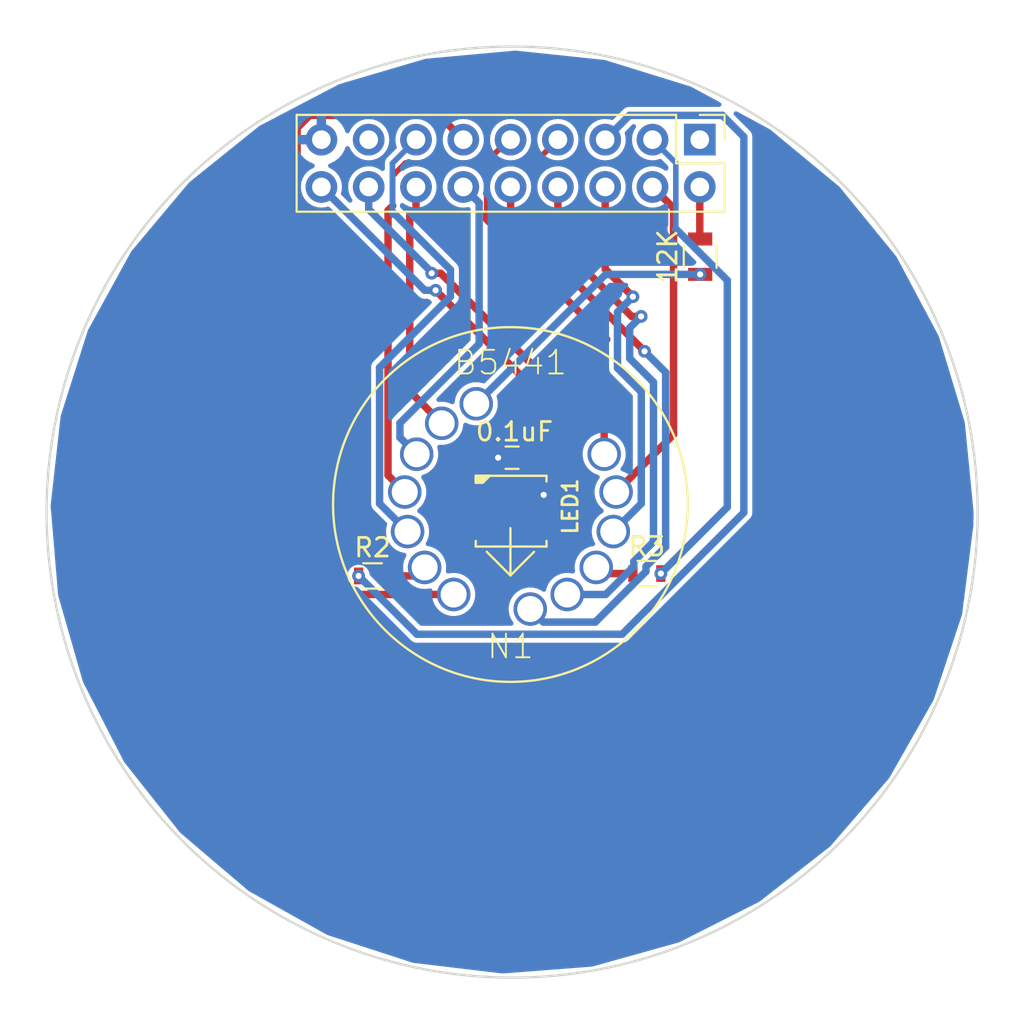
<source format=kicad_pcb>
(kicad_pcb (version 4) (host pcbnew 4.0.7)

  (general
    (links 21)
    (no_connects 0)
    (area 121.09 77.91 176.090001 132.910001)
    (thickness 1.6002)
    (drawings 2)
    (tracks 129)
    (zones 0)
    (modules 8)
    (nets 23)
  )

  (page A4)
  (layers
    (0 F.Cu signal)
    (31 B.Cu signal)
    (34 B.Paste user)
    (35 F.Paste user)
    (36 B.SilkS user)
    (37 F.SilkS user)
    (38 B.Mask user)
    (39 F.Mask user)
    (44 Edge.Cuts user)
  )

  (setup
    (last_trace_width 0.4)
    (user_trace_width 0.1524)
    (user_trace_width 0.2)
    (user_trace_width 0.25)
    (user_trace_width 0.3)
    (user_trace_width 0.4)
    (user_trace_width 0.5)
    (user_trace_width 0.6)
    (user_trace_width 0.8)
    (trace_clearance 0.254)
    (zone_clearance 0.1524)
    (zone_45_only no)
    (trace_min 0.1524)
    (segment_width 0.127)
    (edge_width 0.127)
    (via_size 0.6858)
    (via_drill 0.3302)
    (via_min_size 0.6858)
    (via_min_drill 0.3302)
    (uvia_size 0.508)
    (uvia_drill 0.127)
    (uvias_allowed no)
    (uvia_min_size 0.508)
    (uvia_min_drill 0.127)
    (pcb_text_width 0.127)
    (pcb_text_size 0.6 0.6)
    (mod_edge_width 0.127)
    (mod_text_size 0.6 0.6)
    (mod_text_width 0.127)
    (pad_size 1.524 1.524)
    (pad_drill 0.762)
    (pad_to_mask_clearance 0.05)
    (pad_to_paste_clearance -0.04)
    (aux_axis_origin 0 0)
    (grid_origin 148.59 105.41)
    (visible_elements 7FFFFF7F)
    (pcbplotparams
      (layerselection 0x3ffff_80000001)
      (usegerberextensions true)
      (usegerberattributes true)
      (excludeedgelayer true)
      (linewidth 0.127000)
      (plotframeref false)
      (viasonmask false)
      (mode 1)
      (useauxorigin false)
      (hpglpennumber 1)
      (hpglpenspeed 20)
      (hpglpendiameter 15)
      (hpglpenoverlay 2)
      (psnegative false)
      (psa4output false)
      (plotreference true)
      (plotvalue true)
      (plotinvisibletext false)
      (padsonsilk false)
      (subtractmaskfromsilk false)
      (outputformat 1)
      (mirror false)
      (drillshape 0)
      (scaleselection 1)
      (outputdirectory CAM/))
  )

  (net 0 "")
  (net 1 GND)
  (net 2 +5V)
  (net 3 "Net-(J1-Pad1)")
  (net 4 /Anode)
  (net 5 /HV6)
  (net 6 /HV5)
  (net 7 /HV10)
  (net 8 /HV4)
  (net 9 /HV9)
  (net 10 /HV3)
  (net 11 /HV8)
  (net 12 /HV2)
  (net 13 /HV7)
  (net 14 /HV1)
  (net 15 "Net-(J1-Pad15)")
  (net 16 /Din)
  (net 17 /HV12)
  (net 18 /HV11)
  (net 19 "Net-(LED1-Pad1-DO)")
  (net 20 "Net-(N1-Pad1)")
  (net 21 "Net-(N1-Pad6)")
  (net 22 "Net-(N1-Pad11)")

  (net_class Default "Imperial - this is the standard class"
    (clearance 0.254)
    (trace_width 0.254)
    (via_dia 0.6858)
    (via_drill 0.3302)
    (uvia_dia 0.508)
    (uvia_drill 0.127)
    (add_net +5V)
    (add_net /Anode)
    (add_net /Din)
    (add_net /HV1)
    (add_net /HV10)
    (add_net /HV11)
    (add_net /HV12)
    (add_net /HV2)
    (add_net /HV3)
    (add_net /HV4)
    (add_net /HV5)
    (add_net /HV6)
    (add_net /HV7)
    (add_net /HV8)
    (add_net /HV9)
    (add_net GND)
    (add_net "Net-(J1-Pad1)")
    (add_net "Net-(J1-Pad15)")
    (add_net "Net-(LED1-Pad1-DO)")
    (add_net "Net-(N1-Pad1)")
    (add_net "Net-(N1-Pad11)")
    (add_net "Net-(N1-Pad6)")
  )

  (net_class 0.2mm ""
    (clearance 0.2)
    (trace_width 0.2)
    (via_dia 0.6858)
    (via_drill 0.3302)
    (uvia_dia 0.508)
    (uvia_drill 0.127)
  )

  (net_class Minimal ""
    (clearance 0.1524)
    (trace_width 0.1524)
    (via_dia 0.6858)
    (via_drill 0.3302)
    (uvia_dia 0.508)
    (uvia_drill 0.127)
  )

  (module Capacitors_SMD:C_0603 (layer F.Cu) (tedit 5AAD8B4D) (tstamp 5AAD873A)
    (at 148.59 102.489 180)
    (descr "Capacitor SMD 0603, reflow soldering, AVX (see smccp.pdf)")
    (tags "capacitor 0603")
    (path /5AAD7BB6)
    (attr smd)
    (fp_text reference C1 (at 0 -1.5 180) (layer F.SilkS) hide
      (effects (font (size 1 1) (thickness 0.15)))
    )
    (fp_text value 0.1uF (at -0.127 1.397 180) (layer F.SilkS)
      (effects (font (size 1 1) (thickness 0.15)))
    )
    (fp_line (start 1.4 0.65) (end -1.4 0.65) (layer F.CrtYd) (width 0.05))
    (fp_line (start 1.4 0.65) (end 1.4 -0.65) (layer F.CrtYd) (width 0.05))
    (fp_line (start -1.4 -0.65) (end -1.4 0.65) (layer F.CrtYd) (width 0.05))
    (fp_line (start -1.4 -0.65) (end 1.4 -0.65) (layer F.CrtYd) (width 0.05))
    (fp_line (start 0.35 0.6) (end -0.35 0.6) (layer F.SilkS) (width 0.12))
    (fp_line (start -0.35 -0.6) (end 0.35 -0.6) (layer F.SilkS) (width 0.12))
    (fp_line (start -0.8 -0.4) (end 0.8 -0.4) (layer F.Fab) (width 0.1))
    (fp_line (start 0.8 -0.4) (end 0.8 0.4) (layer F.Fab) (width 0.1))
    (fp_line (start 0.8 0.4) (end -0.8 0.4) (layer F.Fab) (width 0.1))
    (fp_line (start -0.8 0.4) (end -0.8 -0.4) (layer F.Fab) (width 0.1))
    (fp_text user %R (at 0 0 180) (layer F.Fab)
      (effects (font (size 0.3 0.3) (thickness 0.075)))
    )
    (pad 2 smd rect (at 0.75 0 180) (size 0.8 0.75) (layers F.Cu F.Paste F.Mask)
      (net 1 GND))
    (pad 1 smd rect (at -0.75 0 180) (size 0.8 0.75) (layers F.Cu F.Paste F.Mask)
      (net 2 +5V))
    (model Capacitors_SMD.3dshapes/C_0603.wrl
      (at (xyz 0 0 0))
      (scale (xyz 1 1 1))
      (rotate (xyz 0 0 0))
    )
  )

  (module Pin_Headers:Pin_Header_Straight_2x09_Pitch2.54mm (layer F.Cu) (tedit 5AAD8B8E) (tstamp 5AAD8762)
    (at 158.67 85.41 270)
    (descr "Through hole straight pin header, 2x09, 2.54mm pitch, double rows")
    (tags "Through hole pin header THT 2x09 2.54mm double row")
    (path /5AAD77F8)
    (fp_text reference J1 (at 1.27 -2.33 270) (layer F.SilkS) hide
      (effects (font (size 1 1) (thickness 0.15)))
    )
    (fp_text value Nixie (at 1.27 22.65 270) (layer F.Fab)
      (effects (font (size 1 1) (thickness 0.15)))
    )
    (fp_line (start 0 -1.27) (end 3.81 -1.27) (layer F.Fab) (width 0.1))
    (fp_line (start 3.81 -1.27) (end 3.81 21.59) (layer F.Fab) (width 0.1))
    (fp_line (start 3.81 21.59) (end -1.27 21.59) (layer F.Fab) (width 0.1))
    (fp_line (start -1.27 21.59) (end -1.27 0) (layer F.Fab) (width 0.1))
    (fp_line (start -1.27 0) (end 0 -1.27) (layer F.Fab) (width 0.1))
    (fp_line (start -1.33 21.65) (end 3.87 21.65) (layer F.SilkS) (width 0.12))
    (fp_line (start -1.33 1.27) (end -1.33 21.65) (layer F.SilkS) (width 0.12))
    (fp_line (start 3.87 -1.33) (end 3.87 21.65) (layer F.SilkS) (width 0.12))
    (fp_line (start -1.33 1.27) (end 1.27 1.27) (layer F.SilkS) (width 0.12))
    (fp_line (start 1.27 1.27) (end 1.27 -1.33) (layer F.SilkS) (width 0.12))
    (fp_line (start 1.27 -1.33) (end 3.87 -1.33) (layer F.SilkS) (width 0.12))
    (fp_line (start -1.33 0) (end -1.33 -1.33) (layer F.SilkS) (width 0.12))
    (fp_line (start -1.33 -1.33) (end 0 -1.33) (layer F.SilkS) (width 0.12))
    (fp_line (start -1.8 -1.8) (end -1.8 22.1) (layer F.CrtYd) (width 0.05))
    (fp_line (start -1.8 22.1) (end 4.35 22.1) (layer F.CrtYd) (width 0.05))
    (fp_line (start 4.35 22.1) (end 4.35 -1.8) (layer F.CrtYd) (width 0.05))
    (fp_line (start 4.35 -1.8) (end -1.8 -1.8) (layer F.CrtYd) (width 0.05))
    (fp_text user %R (at 1.27 10.16 360) (layer F.Fab)
      (effects (font (size 1 1) (thickness 0.15)))
    )
    (pad 1 thru_hole rect (at 0 0 270) (size 1.7 1.7) (drill 1) (layers *.Cu *.Mask)
      (net 3 "Net-(J1-Pad1)"))
    (pad 2 thru_hole oval (at 2.54 0 270) (size 1.7 1.7) (drill 1) (layers *.Cu *.Mask)
      (net 4 /Anode))
    (pad 3 thru_hole oval (at 0 2.54 270) (size 1.7 1.7) (drill 1) (layers *.Cu *.Mask)
      (net 17 /HV12))
    (pad 4 thru_hole oval (at 2.54 2.54 270) (size 1.7 1.7) (drill 1) (layers *.Cu *.Mask)
      (net 5 /HV6))
    (pad 5 thru_hole oval (at 0 5.08 270) (size 1.7 1.7) (drill 1) (layers *.Cu *.Mask)
      (net 18 /HV11))
    (pad 6 thru_hole oval (at 2.54 5.08 270) (size 1.7 1.7) (drill 1) (layers *.Cu *.Mask)
      (net 6 /HV5))
    (pad 7 thru_hole oval (at 0 7.62 270) (size 1.7 1.7) (drill 1) (layers *.Cu *.Mask)
      (net 7 /HV10))
    (pad 8 thru_hole oval (at 2.54 7.62 270) (size 1.7 1.7) (drill 1) (layers *.Cu *.Mask)
      (net 8 /HV4))
    (pad 9 thru_hole oval (at 0 10.16 270) (size 1.7 1.7) (drill 1) (layers *.Cu *.Mask)
      (net 9 /HV9))
    (pad 10 thru_hole oval (at 2.54 10.16 270) (size 1.7 1.7) (drill 1) (layers *.Cu *.Mask)
      (net 10 /HV3))
    (pad 11 thru_hole oval (at 0 12.7 270) (size 1.7 1.7) (drill 1) (layers *.Cu *.Mask)
      (net 11 /HV8))
    (pad 12 thru_hole oval (at 2.54 12.7 270) (size 1.7 1.7) (drill 1) (layers *.Cu *.Mask)
      (net 12 /HV2))
    (pad 13 thru_hole oval (at 0 15.24 270) (size 1.7 1.7) (drill 1) (layers *.Cu *.Mask)
      (net 13 /HV7))
    (pad 14 thru_hole oval (at 2.54 15.24 270) (size 1.7 1.7) (drill 1) (layers *.Cu *.Mask)
      (net 14 /HV1))
    (pad 15 thru_hole oval (at 0 17.78 270) (size 1.7 1.7) (drill 1) (layers *.Cu *.Mask)
      (net 15 "Net-(J1-Pad15)"))
    (pad 16 thru_hole oval (at 2.54 17.78 270) (size 1.7 1.7) (drill 1) (layers *.Cu *.Mask)
      (net 16 /Din))
    (pad 17 thru_hole oval (at 0 20.32 270) (size 1.7 1.7) (drill 1) (layers *.Cu *.Mask)
      (net 1 GND))
    (pad 18 thru_hole oval (at 2.54 20.32 270) (size 1.7 1.7) (drill 1) (layers *.Cu *.Mask)
      (net 2 +5V))
    (model ${KISYS3DMOD}/Pin_Headers.3dshapes/Pin_Header_Straight_2x09_Pitch2.54mm.wrl
      (at (xyz 0 0 0))
      (scale (xyz 1 1 1))
      (rotate (xyz 0 0 0))
    )
  )

  (module Resistors_SMD:R_0805 (layer F.Cu) (tedit 5AAD8BAB) (tstamp 5AAD879A)
    (at 158.69 91.694 270)
    (descr "Resistor SMD 0805, reflow soldering, Vishay (see dcrcw.pdf)")
    (tags "resistor 0805")
    (path /5AAD7A64)
    (attr smd)
    (fp_text reference R1 (at 0 -1.65 270) (layer F.SilkS) hide
      (effects (font (size 1 1) (thickness 0.15)))
    )
    (fp_text value 12K (at 0 1.75 270) (layer F.SilkS)
      (effects (font (size 1 1) (thickness 0.15)))
    )
    (fp_text user %R (at 0 0 270) (layer F.Fab)
      (effects (font (size 0.5 0.5) (thickness 0.075)))
    )
    (fp_line (start -1 0.62) (end -1 -0.62) (layer F.Fab) (width 0.1))
    (fp_line (start 1 0.62) (end -1 0.62) (layer F.Fab) (width 0.1))
    (fp_line (start 1 -0.62) (end 1 0.62) (layer F.Fab) (width 0.1))
    (fp_line (start -1 -0.62) (end 1 -0.62) (layer F.Fab) (width 0.1))
    (fp_line (start 0.6 0.88) (end -0.6 0.88) (layer F.SilkS) (width 0.12))
    (fp_line (start -0.6 -0.88) (end 0.6 -0.88) (layer F.SilkS) (width 0.12))
    (fp_line (start -1.55 -0.9) (end 1.55 -0.9) (layer F.CrtYd) (width 0.05))
    (fp_line (start -1.55 -0.9) (end -1.55 0.9) (layer F.CrtYd) (width 0.05))
    (fp_line (start 1.55 0.9) (end 1.55 -0.9) (layer F.CrtYd) (width 0.05))
    (fp_line (start 1.55 0.9) (end -1.55 0.9) (layer F.CrtYd) (width 0.05))
    (pad 1 smd rect (at -0.95 0 270) (size 0.7 1.3) (layers F.Cu F.Paste F.Mask)
      (net 4 /Anode))
    (pad 2 smd rect (at 0.95 0 270) (size 0.7 1.3) (layers F.Cu F.Paste F.Mask)
      (net 20 "Net-(N1-Pad1)"))
    (model ${KISYS3DMOD}/Resistors_SMD.3dshapes/R_0805.wrl
      (at (xyz 0 0 0))
      (scale (xyz 1 1 1))
      (rotate (xyz 0 0 0))
    )
  )

  (module adafruit:adafruit-LED3535 (layer F.Cu) (tedit 5AADC075) (tstamp 5AAFE1AD)
    (at 148.53856 105.36154)
    (path /5AADBC19)
    (attr smd)
    (fp_text reference LED1 (at 3.175 -0.254 90) (layer F.SilkS)
      (effects (font (size 0.8128 0.8128) (thickness 0.1524)))
    )
    (fp_text value WS2812BSK6812MINI (at 0.127 2.54) (layer F.SilkS) hide
      (effects (font (size 0.4064 0.4064) (thickness 0.0508)))
    )
    (fp_line (start -1.74752 -1.74752) (end 1.74752 -1.74752) (layer Dwgs.User) (width 0.127))
    (fp_line (start 1.74752 -1.74752) (end 1.74752 1.74752) (layer Dwgs.User) (width 0.127))
    (fp_line (start 1.74752 1.74752) (end -1.74752 1.74752) (layer Dwgs.User) (width 0.127))
    (fp_line (start -1.74752 1.74752) (end -1.74752 -1.74752) (layer Dwgs.User) (width 0.127))
    (fp_line (start -1.89992 -1.59766) (end -1.89992 -1.89992) (layer F.SilkS) (width 0.127))
    (fp_line (start -1.89992 -1.89992) (end 1.89992 -1.89992) (layer F.SilkS) (width 0.127))
    (fp_line (start 1.89992 -1.89992) (end 1.89992 -1.59766) (layer F.SilkS) (width 0.127))
    (fp_line (start -1.89992 1.59766) (end -1.89992 1.89992) (layer F.SilkS) (width 0.127))
    (fp_line (start -1.89992 1.89992) (end 1.89992 1.89992) (layer F.SilkS) (width 0.127))
    (fp_line (start 1.89992 1.89992) (end 1.89992 1.59766) (layer F.SilkS) (width 0.127))
    (fp_poly (pts (xy -1.905 -1.905) (xy -1.905 -1.524) (xy -1.524 -1.524) (xy -1.143 -1.905)
      (xy -1.905 -1.905)) (layer F.SilkS) (width 0.127))
    (fp_circle (center 0 0) (end 0 -1.39954) (layer Dwgs.User) (width 0.127))
    (pad 1-DO smd rect (at 1.74752 0.87376 90) (size 0.84836 0.99822) (layers F.Cu F.Paste F.Mask)
      (net 19 "Net-(LED1-Pad1-DO)"))
    (pad 2-GN smd rect (at 1.74752 -0.87376 90) (size 0.84836 0.99822) (layers F.Cu F.Paste F.Mask)
      (net 1 GND))
    (pad 3-DI smd rect (at -1.74752 -0.87376 90) (size 0.84836 0.99822) (layers F.Cu F.Paste F.Mask)
      (net 16 /Din))
    (pad 4-VD smd rect (at -1.74752 0.87376 90) (size 0.84836 0.99822) (layers F.Cu F.Paste F.Mask)
      (net 2 +5V))
  )

  (module mynixies:mynixies-B5441-DSUB (layer F.Cu) (tedit 200000) (tstamp 5AAFE1C0)
    (at 148.5011 105.0036)
    (path /5AADB87F)
    (attr virtual)
    (fp_text reference N1 (at 0 7.62) (layer F.SilkS)
      (effects (font (size 1.27 1.27) (thickness 0.1016)))
    )
    (fp_text value B5441 (at 0 -7.62) (layer F.SilkS)
      (effects (font (size 1.27 1.27) (thickness 0.1016)))
    )
    (fp_line (start 0 1.27) (end 0 3.81) (layer F.SilkS) (width 0.127))
    (fp_line (start 0 3.81) (end 1.27 2.54) (layer F.SilkS) (width 0.127))
    (fp_line (start 0 3.81) (end -1.27 2.54) (layer F.SilkS) (width 0.127))
    (fp_circle (center 0 0) (end 0 -9.525) (layer F.SilkS) (width 0.127))
    (pad 1 thru_hole circle (at -1.83642 -5.4102) (size 1.79832 1.79832) (drill 1.39954) (layers *.Cu *.Paste *.Mask)
      (net 20 "Net-(N1-Pad1)"))
    (pad 2 thru_hole circle (at -3.69062 -4.36118) (size 1.79832 1.79832) (drill 1.39954) (layers *.Cu *.Paste *.Mask)
      (net 14 /HV1))
    (pad 3 thru_hole circle (at -5.03428 -2.70256) (size 1.79832 1.79832) (drill 1.39954) (layers *.Cu *.Paste *.Mask)
      (net 12 /HV2))
    (pad 4 thru_hole circle (at -5.67436 -0.67056) (size 1.79832 1.79832) (drill 1.39954) (layers *.Cu *.Paste *.Mask)
      (net 9 /HV9))
    (pad 5 thru_hole circle (at -5.5245 1.45288) (size 1.79832 1.79832) (drill 1.39954) (layers *.Cu *.Paste *.Mask)
      (net 13 /HV7))
    (pad 6 thru_hole circle (at -4.60756 3.3782) (size 1.79832 1.79832) (drill 1.39954) (layers *.Cu *.Paste *.Mask)
      (net 21 "Net-(N1-Pad6)"))
    (pad 7 thru_hole circle (at -3.048 4.83108) (size 1.79832 1.79832) (drill 1.39954) (layers *.Cu *.Paste *.Mask)
      (net 11 /HV8))
    (pad 9 thru_hole circle (at 1.06426 5.6134) (size 1.79832 1.79832) (drill 1.39954) (layers *.Cu *.Paste *.Mask)
      (net 10 /HV3))
    (pad 10 thru_hole circle (at 3.048 4.83108) (size 1.79832 1.79832) (drill 1.39954) (layers *.Cu *.Paste *.Mask)
      (net 8 /HV4))
    (pad 11 thru_hole circle (at 4.60756 3.3782) (size 1.79832 1.79832) (drill 1.39954) (layers *.Cu *.Paste *.Mask)
      (net 22 "Net-(N1-Pad11)"))
    (pad 12 thru_hole circle (at 5.5245 1.45288) (size 1.79832 1.79832) (drill 1.39954) (layers *.Cu *.Paste *.Mask)
      (net 6 /HV5))
    (pad 13 thru_hole circle (at 5.67436 -0.67056) (size 1.79832 1.79832) (drill 1.39954) (layers *.Cu *.Paste *.Mask)
      (net 5 /HV6))
    (pad 14 thru_hole circle (at 5.03428 -2.70256) (size 1.79832 1.79832) (drill 1.39954) (layers *.Cu *.Paste *.Mask)
      (net 7 /HV10))
  )

  (module Resistors_SMD:R_0603 (layer F.Cu) (tedit 58E0A804) (tstamp 5AAFE1E4)
    (at 155.829 108.712)
    (descr "Resistor SMD 0603, reflow soldering, Vishay (see dcrcw.pdf)")
    (tags "resistor 0603")
    (path /5AADBDFD)
    (attr smd)
    (fp_text reference R3 (at 0 -1.45) (layer F.SilkS)
      (effects (font (size 1 1) (thickness 0.15)))
    )
    (fp_text value 68K (at 0 1.5) (layer F.Fab)
      (effects (font (size 1 1) (thickness 0.15)))
    )
    (fp_text user %R (at 0 0) (layer F.Fab)
      (effects (font (size 0.4 0.4) (thickness 0.075)))
    )
    (fp_line (start -0.8 0.4) (end -0.8 -0.4) (layer F.Fab) (width 0.1))
    (fp_line (start 0.8 0.4) (end -0.8 0.4) (layer F.Fab) (width 0.1))
    (fp_line (start 0.8 -0.4) (end 0.8 0.4) (layer F.Fab) (width 0.1))
    (fp_line (start -0.8 -0.4) (end 0.8 -0.4) (layer F.Fab) (width 0.1))
    (fp_line (start 0.5 0.68) (end -0.5 0.68) (layer F.SilkS) (width 0.12))
    (fp_line (start -0.5 -0.68) (end 0.5 -0.68) (layer F.SilkS) (width 0.12))
    (fp_line (start -1.25 -0.7) (end 1.25 -0.7) (layer F.CrtYd) (width 0.05))
    (fp_line (start -1.25 -0.7) (end -1.25 0.7) (layer F.CrtYd) (width 0.05))
    (fp_line (start 1.25 0.7) (end 1.25 -0.7) (layer F.CrtYd) (width 0.05))
    (fp_line (start 1.25 0.7) (end -1.25 0.7) (layer F.CrtYd) (width 0.05))
    (pad 1 smd rect (at -0.75 0) (size 0.5 0.9) (layers F.Cu F.Paste F.Mask)
      (net 22 "Net-(N1-Pad11)"))
    (pad 2 smd rect (at 0.75 0) (size 0.5 0.9) (layers F.Cu F.Paste F.Mask)
      (net 17 /HV12))
    (model ${KISYS3DMOD}/Resistors_SMD.3dshapes/R_0603.wrl
      (at (xyz 0 0 0))
      (scale (xyz 1 1 1))
      (rotate (xyz 0 0 0))
    )
  )

  (module Resistors_SMD:R_0603 (layer F.Cu) (tedit 58E0A804) (tstamp 5AAFE225)
    (at 141.097 108.839 180)
    (descr "Resistor SMD 0603, reflow soldering, Vishay (see dcrcw.pdf)")
    (tags "resistor 0603")
    (path /5AADBDD8)
    (attr smd)
    (fp_text reference R2 (at 0 1.524 180) (layer F.SilkS)
      (effects (font (size 1 1) (thickness 0.15)))
    )
    (fp_text value 68K (at 0 1.5 180) (layer F.Fab)
      (effects (font (size 1 1) (thickness 0.15)))
    )
    (fp_text user %R (at 0 0 180) (layer F.Fab)
      (effects (font (size 0.4 0.4) (thickness 0.075)))
    )
    (fp_line (start -0.8 0.4) (end -0.8 -0.4) (layer F.Fab) (width 0.1))
    (fp_line (start 0.8 0.4) (end -0.8 0.4) (layer F.Fab) (width 0.1))
    (fp_line (start 0.8 -0.4) (end 0.8 0.4) (layer F.Fab) (width 0.1))
    (fp_line (start -0.8 -0.4) (end 0.8 -0.4) (layer F.Fab) (width 0.1))
    (fp_line (start 0.5 0.68) (end -0.5 0.68) (layer F.SilkS) (width 0.12))
    (fp_line (start -0.5 -0.68) (end 0.5 -0.68) (layer F.SilkS) (width 0.12))
    (fp_line (start -1.25 -0.7) (end 1.25 -0.7) (layer F.CrtYd) (width 0.05))
    (fp_line (start -1.25 -0.7) (end -1.25 0.7) (layer F.CrtYd) (width 0.05))
    (fp_line (start 1.25 0.7) (end 1.25 -0.7) (layer F.CrtYd) (width 0.05))
    (fp_line (start 1.25 0.7) (end -1.25 0.7) (layer F.CrtYd) (width 0.05))
    (pad 1 smd rect (at -0.75 0 180) (size 0.5 0.9) (layers F.Cu F.Paste F.Mask)
      (net 21 "Net-(N1-Pad6)"))
    (pad 2 smd rect (at 0.75 0 180) (size 0.5 0.9) (layers F.Cu F.Paste F.Mask)
      (net 18 /HV11))
    (model ${KISYS3DMOD}/Resistors_SMD.3dshapes/R_0603.wrl
      (at (xyz 0 0 0))
      (scale (xyz 1 1 1))
      (rotate (xyz 0 0 0))
    )
  )

  (module logos:mermaid_l (layer B.Cu) (tedit 0) (tstamp 5AAFE2F1)
    (at 153.035 122.174 180)
    (fp_text reference G*** (at 0 0 180) (layer B.SilkS) hide
      (effects (font (thickness 0.3)) (justify mirror))
    )
    (fp_text value LOGO (at 0.75 0 180) (layer B.SilkS) hide
      (effects (font (thickness 0.3)) (justify mirror))
    )
    (fp_poly (pts (xy 0.016811 3.773536) (xy 0.035492 3.771585) (xy 0.039687 3.770741) (xy 0.079417 3.757244)
      (xy 0.111324 3.737775) (xy 0.124832 3.725513) (xy 0.142677 3.704599) (xy 0.153161 3.684612)
      (xy 0.15793 3.661447) (xy 0.15875 3.64097) (xy 0.158058 3.61993) (xy 0.155124 3.604749)
      (xy 0.148654 3.590748) (xy 0.141938 3.580059) (xy 0.122141 3.557766) (xy 0.098998 3.544256)
      (xy 0.074141 3.539962) (xy 0.049199 3.545313) (xy 0.036501 3.55221) (xy 0.025568 3.560763)
      (xy 0.019906 3.570026) (xy 0.017449 3.584153) (xy 0.016932 3.59157) (xy 0.016648 3.608477)
      (xy 0.018904 3.618133) (xy 0.024587 3.623743) (xy 0.026084 3.624592) (xy 0.039465 3.627784)
      (xy 0.050441 3.626922) (xy 0.059967 3.622881) (xy 0.061919 3.615123) (xy 0.060823 3.608777)
      (xy 0.060289 3.596153) (xy 0.064906 3.590901) (xy 0.073078 3.592235) (xy 0.083211 3.599369)
      (xy 0.093713 3.61152) (xy 0.102989 3.6279) (xy 0.103896 3.629997) (xy 0.108418 3.643365)
      (xy 0.108287 3.6547) (xy 0.103467 3.669685) (xy 0.087643 3.698859) (xy 0.064252 3.721926)
      (xy 0.050164 3.731216) (xy 0.036916 3.737802) (xy 0.022748 3.741623) (xy 0.004134 3.743365)
      (xy -0.014288 3.743716) (xy -0.040147 3.742911) (xy -0.057394 3.740394) (xy -0.064294 3.73724)
      (xy -0.073648 3.731439) (xy -0.077728 3.730626) (xy -0.088165 3.726605) (xy -0.102163 3.716065)
      (xy -0.117406 3.701291) (xy -0.131579 3.684564) (xy -0.142367 3.668169) (xy -0.143717 3.665542)
      (xy -0.151883 3.648712) (xy -0.159332 3.633251) (xy -0.163088 3.620111) (xy -0.165384 3.598867)
      (xy -0.16631 3.568514) (xy -0.166318 3.553876) (xy -0.166026 3.5265) (xy -0.165145 3.506715)
      (xy -0.163111 3.491529) (xy -0.159359 3.477949) (xy -0.153324 3.462983) (xy -0.14625 3.447521)
      (xy -0.121753 3.405235) (xy -0.0903 3.36927) (xy -0.051325 3.33924) (xy -0.004264 3.314759)
      (xy 0.051447 3.295441) (xy 0.089958 3.28602) (xy 0.119366 3.282227) (xy 0.156195 3.281263)
      (xy 0.197719 3.282946) (xy 0.241212 3.28709) (xy 0.283951 3.293513) (xy 0.321687 3.301638)
      (xy 0.342155 3.307861) (xy 0.360849 3.315263) (xy 0.376278 3.322945) (xy 0.386953 3.330006)
      (xy 0.391385 3.335547) (xy 0.388082 3.338667) (xy 0.383597 3.339042) (xy 0.373649 3.342219)
      (xy 0.357833 3.350734) (xy 0.338335 3.36306) (xy 0.317344 3.377673) (xy 0.297047 3.393046)
      (xy 0.279632 3.407655) (xy 0.267286 3.419973) (xy 0.26692 3.420407) (xy 0.246827 3.446164)
      (xy 0.232225 3.469838) (xy 0.221889 3.494463) (xy 0.214597 3.523071) (xy 0.209127 3.558694)
      (xy 0.208269 3.565849) (xy 0.208225 3.599519) (xy 0.214696 3.635439) (xy 0.226608 3.670269)
      (xy 0.242885 3.700666) (xy 0.257355 3.718587) (xy 0.284712 3.739246) (xy 0.316451 3.752322)
      (xy 0.350326 3.757709) (xy 0.384089 3.755304) (xy 0.415495 3.745003) (xy 0.441854 3.727116)
      (xy 0.456743 3.708989) (xy 0.464158 3.687733) (xy 0.465666 3.667574) (xy 0.46447 3.649678)
      (xy 0.459418 3.636679) (xy 0.44831 3.623019) (xy 0.447843 3.622523) (xy 0.432662 3.60928)
      (xy 0.418526 3.60395) (xy 0.413448 3.603625) (xy 0.394908 3.608269) (xy 0.381565 3.620647)
      (xy 0.375782 3.638431) (xy 0.375708 3.640833) (xy 0.378805 3.655072) (xy 0.386689 3.660815)
      (xy 0.397247 3.657238) (xy 0.40302 3.65151) (xy 0.411119 3.643576) (xy 0.417703 3.64383)
      (xy 0.420717 3.645984) (xy 0.426691 3.656909) (xy 0.428309 3.673525) (xy 0.425542 3.691863)
      (xy 0.421138 3.703294) (xy 0.410709 3.716673) (xy 0.399156 3.725521) (xy 0.381042 3.731036)
      (xy 0.358057 3.732598) (xy 0.335132 3.730244) (xy 0.318905 3.724949) (xy 0.298369 3.711409)
      (xy 0.278961 3.693672) (xy 0.264484 3.675356) (xy 0.26187 3.670693) (xy 0.258107 3.658302)
      (xy 0.255508 3.640465) (xy 0.254155 3.620218) (xy 0.254128 3.6006) (xy 0.25551 3.584648)
      (xy 0.258381 3.5754) (xy 0.259291 3.574521) (xy 0.263387 3.567227) (xy 0.264583 3.558334)
      (xy 0.266434 3.54854) (xy 0.269875 3.545417) (xy 0.274956 3.541344) (xy 0.275166 3.539772)
      (xy 0.278369 3.532005) (xy 0.286651 3.519125) (xy 0.298022 3.503894) (xy 0.310492 3.489074)
      (xy 0.315691 3.483521) (xy 0.332808 3.469181) (xy 0.356966 3.453086) (xy 0.385192 3.436898)
      (xy 0.41451 3.422278) (xy 0.441945 3.410886) (xy 0.451563 3.407656) (xy 0.513508 3.39253)
      (xy 0.572008 3.386659) (xy 0.6285 3.390216) (xy 0.684423 3.403376) (xy 0.741216 3.42631)
      (xy 0.78052 3.447259) (xy 0.817352 3.46804) (xy 0.848125 3.483558) (xy 0.875501 3.494552)
      (xy 0.902139 3.501759) (xy 0.9307 3.505917) (xy 0.963843 3.507764) (xy 0.999762 3.50806)
      (xy 1.029829 3.507596) (xy 1.058475 3.506543) (xy 1.08289 3.505047) (xy 1.100268 3.50325)
      (xy 1.103312 3.502746) (xy 1.124251 3.498943) (xy 1.148566 3.494739) (xy 1.16152 3.492588)
      (xy 1.183437 3.488718) (xy 1.205109 3.484407) (xy 1.21576 3.482026) (xy 1.242534 3.475574)
      (xy 1.261268 3.470981) (xy 1.27422 3.467665) (xy 1.283649 3.465044) (xy 1.29181 3.462534)
      (xy 1.293812 3.46189) (xy 1.330054 3.447173) (xy 1.362613 3.428217) (xy 1.390124 3.406284)
      (xy 1.411222 3.382636) (xy 1.42454 3.358536) (xy 1.428749 3.337087) (xy 1.430965 3.31796)
      (xy 1.436932 3.293293) (xy 1.445634 3.266996) (xy 1.4496 3.257021) (xy 1.460028 3.223921)
      (xy 1.465344 3.188889) (xy 1.465701 3.173183) (xy 1.465206 3.152449) (xy 1.465622 3.140318)
      (xy 1.467505 3.134815) (xy 1.471411 3.133966) (xy 1.476375 3.135313) (xy 1.485246 3.136563)
      (xy 1.485546 3.132317) (xy 1.477379 3.123141) (xy 1.473497 3.119686) (xy 1.464568 3.110292)
      (xy 1.463129 3.101507) (xy 1.465406 3.093994) (xy 1.472998 3.082438) (xy 1.485846 3.06985)
      (xy 1.491895 3.065257) (xy 1.507592 3.051442) (xy 1.513053 3.038041) (xy 1.508312 3.023896)
      (xy 1.493572 3.007997) (xy 1.481954 2.996879) (xy 1.477871 2.989625) (xy 1.480148 2.984092)
      (xy 1.480343 2.983889) (xy 1.48489 2.973373) (xy 1.486712 2.956585) (xy 1.485771 2.93749)
      (xy 1.482027 2.920051) (xy 1.481007 2.917281) (xy 1.468042 2.883178) (xy 1.459777 2.85676)
      (xy 1.455764 2.836468) (xy 1.455208 2.827306) (xy 1.451635 2.812089) (xy 1.440656 2.801224)
      (xy 1.433744 2.797314) (xy 1.425278 2.794661) (xy 1.41333 2.793085) (xy 1.395971 2.79241)
      (xy 1.371273 2.792457) (xy 1.349375 2.792809) (xy 1.31873 2.793255) (xy 1.296659 2.793112)
      (xy 1.281157 2.792186) (xy 1.270221 2.790279) (xy 1.261849 2.787196) (xy 1.255447 2.783626)
      (xy 1.244268 2.774775) (xy 1.238474 2.766405) (xy 1.23825 2.764974) (xy 1.235863 2.757876)
      (xy 1.233805 2.756959) (xy 1.229201 2.752098) (xy 1.223916 2.739092) (xy 1.218503 2.720308)
      (xy 1.213515 2.698112) (xy 1.209506 2.674871) (xy 1.207028 2.652951) (xy 1.2065 2.640132)
      (xy 1.207874 2.614203) (xy 1.211589 2.582523) (xy 1.217032 2.549504) (xy 1.222776 2.522803)
      (xy 1.235661 2.473043) (xy 1.247332 2.433315) (xy 1.257929 2.403156) (xy 1.259293 2.399771)
      (xy 1.264013 2.387513) (xy 1.269636 2.371955) (xy 1.270086 2.370667) (xy 1.278721 2.347809)
      (xy 1.289907 2.322021) (xy 1.304888 2.290463) (xy 1.308378 2.283355) (xy 1.317963 2.259043)
      (xy 1.323702 2.234224) (xy 1.325348 2.211548) (xy 1.322652 2.19366) (xy 1.317561 2.184909)
      (xy 1.307186 2.176016) (xy 1.292853 2.165074) (xy 1.277255 2.153968) (xy 1.263087 2.144581)
      (xy 1.253044 2.138797) (xy 1.250232 2.137834) (xy 1.242386 2.13401) (xy 1.231208 2.124466)
      (xy 1.219519 2.11209) (xy 1.21014 2.099773) (xy 1.206613 2.093154) (xy 1.204218 2.073293)
      (xy 1.210459 2.048342) (xy 1.211685 2.04523) (xy 1.220793 2.023791) (xy 1.23213 1.998543)
      (xy 1.244765 1.971403) (xy 1.257766 1.944284) (xy 1.270202 1.9191) (xy 1.281142 1.897767)
      (xy 1.289653 1.882198) (xy 1.294804 1.874308) (xy 1.294911 1.874195) (xy 1.300737 1.866426)
      (xy 1.30175 1.863411) (xy 1.305702 1.855954) (xy 1.316422 1.843726) (xy 1.332206 1.828296)
      (xy 1.351351 1.811235) (xy 1.372151 1.794113) (xy 1.392903 1.778501) (xy 1.397 1.775628)
      (xy 1.412481 1.764474) (xy 1.432822 1.749179) (xy 1.456251 1.731147) (xy 1.480994 1.711783)
      (xy 1.505277 1.692489) (xy 1.527327 1.674669) (xy 1.54537 1.659728) (xy 1.557633 1.649068)
      (xy 1.561041 1.645785) (xy 1.566531 1.641261) (xy 1.577559 1.632846) (xy 1.584854 1.62743)
      (xy 1.599074 1.616479) (xy 1.610642 1.606732) (xy 1.613958 1.603563) (xy 1.621166 1.597319)
      (xy 1.63503 1.586326) (xy 1.653625 1.57203) (xy 1.675029 1.555881) (xy 1.697317 1.539326)
      (xy 1.718566 1.523814) (xy 1.736854 1.510793) (xy 1.740958 1.507944) (xy 1.75542 1.497422)
      (xy 1.767734 1.487559) (xy 1.769672 1.48584) (xy 1.781335 1.477351) (xy 1.789516 1.473434)
      (xy 1.797549 1.469117) (xy 1.799166 1.466423) (xy 1.803588 1.462135) (xy 1.814535 1.456503)
      (xy 1.817687 1.455209) (xy 1.829662 1.449593) (xy 1.835937 1.444862) (xy 1.836208 1.4441)
      (xy 1.840779 1.440501) (xy 1.852852 1.434525) (xy 1.869967 1.42737) (xy 1.872824 1.426267)
      (xy 1.88894 1.420424) (xy 1.902804 1.416562) (xy 1.917198 1.414357) (xy 1.934907 1.413483)
      (xy 1.958714 1.413615) (xy 1.977334 1.414048) (xy 2.011477 1.415666) (xy 2.050591 1.418652)
      (xy 2.089221 1.422539) (xy 2.114726 1.425785) (xy 2.14488 1.42989) (xy 2.16751 1.432256)
      (xy 2.18552 1.432964) (xy 2.201812 1.432095) (xy 2.219288 1.429731) (xy 2.224528 1.428856)
      (xy 2.245404 1.424861) (xy 2.257747 1.421152) (xy 2.263552 1.416902) (xy 2.264833 1.412127)
      (xy 2.263508 1.406717) (xy 2.257986 1.403732) (xy 2.245944 1.402491) (xy 2.231409 1.402292)
      (xy 2.207764 1.401303) (xy 2.182238 1.398663) (xy 2.158033 1.394866) (xy 2.138355 1.390404)
      (xy 2.12725 1.386276) (xy 2.123304 1.383434) (xy 2.123829 1.381057) (xy 2.130164 1.378752)
      (xy 2.143652 1.376125) (xy 2.165634 1.37278) (xy 2.180166 1.370725) (xy 2.208747 1.366286)
      (xy 2.230983 1.361492) (xy 2.251087 1.355226) (xy 2.27327 1.34637) (xy 2.275416 1.345449)
      (xy 2.291879 1.337058) (xy 2.307873 1.326809) (xy 2.32072 1.316668) (xy 2.327745 1.308602)
      (xy 2.328333 1.306591) (xy 2.323743 1.304335) (xy 2.312281 1.304011) (xy 2.297402 1.305252)
      (xy 2.282566 1.307694) (xy 2.271229 1.31097) (xy 2.267743 1.312991) (xy 2.258675 1.31683)
      (xy 2.251604 1.317626) (xy 2.239817 1.320172) (xy 2.234786 1.323331) (xy 2.225761 1.326846)
      (xy 2.213884 1.326984) (xy 2.204136 1.325219) (xy 2.204029 1.323129) (xy 2.20927 1.320799)
      (xy 2.23606 1.310129) (xy 2.25511 1.301894) (xy 2.268643 1.294964) (xy 2.278885 1.288209)
      (xy 2.287322 1.281169) (xy 2.296853 1.2715) (xy 2.301715 1.264499) (xy 2.301875 1.263719)
      (xy 2.297454 1.259587) (xy 2.285098 1.260225) (xy 2.266162 1.265338) (xy 2.242005 1.274631)
      (xy 2.232778 1.27872) (xy 2.210862 1.287938) (xy 2.195226 1.292907) (xy 2.186673 1.293593)
      (xy 2.186011 1.289959) (xy 2.194044 1.28197) (xy 2.19612 1.28034) (xy 2.207237 1.273141)
      (xy 2.215319 1.270118) (xy 2.221801 1.265714) (xy 2.226876 1.256324) (xy 2.227791 1.251047)
      (xy 2.223516 1.248302) (xy 2.212505 1.249392) (xy 2.197482 1.253408) (xy 2.181171 1.259436)
      (xy 2.166296 1.266566) (xy 2.15558 1.273887) (xy 2.153708 1.275833) (xy 2.146702 1.280288)
      (xy 2.132687 1.286789) (xy 2.114695 1.294037) (xy 2.095756 1.300732) (xy 2.095124 1.300937)
      (xy 2.07869 1.304461) (xy 2.057774 1.306667) (xy 2.046312 1.307042) (xy 2.028903 1.306558)
      (xy 2.018807 1.304253) (xy 2.012768 1.298853) (xy 2.009183 1.29249) (xy 2.005287 1.278785)
      (xy 2.008579 1.265874) (xy 2.019902 1.252443) (xy 2.040101 1.237179) (xy 2.048014 1.232048)
      (xy 2.069352 1.218173) (xy 2.083328 1.207722) (xy 2.091758 1.198848) (xy 2.096459 1.189706)
      (xy 2.098878 1.180349) (xy 2.099775 1.168122) (xy 2.095521 1.163627) (xy 2.094838 1.16354)
      (xy 2.077123 1.165005) (xy 2.064663 1.173081) (xy 2.054291 1.180457) (xy 2.036679 1.190046)
      (xy 2.014573 1.20055) (xy 1.990717 1.210671) (xy 1.967857 1.219114) (xy 1.965854 1.219776)
      (xy 1.928101 1.233609) (xy 1.898307 1.248381) (xy 1.87387 1.26573) (xy 1.852189 1.287294)
      (xy 1.844908 1.29597) (xy 1.82922 1.314316) (xy 1.813605 1.330793) (xy 1.80082 1.342542)
      (xy 1.797992 1.344686) (xy 1.786309 1.353213) (xy 1.778836 1.359346) (xy 1.778 1.360236)
      (xy 1.771224 1.365606) (xy 1.75693 1.374794) (xy 1.736985 1.386729) (xy 1.713259 1.400343)
      (xy 1.687619 1.414565) (xy 1.661936 1.428326) (xy 1.638076 1.440557) (xy 1.635125 1.442019)
      (xy 1.587553 1.46584) (xy 1.546283 1.487396) (xy 1.507857 1.50852) (xy 1.481666 1.52353)
      (xy 1.464862 1.532936) (xy 1.450648 1.540248) (xy 1.443302 1.543429) (xy 1.435482 1.548118)
      (xy 1.434041 1.551076) (xy 1.429946 1.555562) (xy 1.42835 1.55575) (xy 1.421455 1.558368)
      (xy 1.407463 1.565519) (xy 1.388265 1.576151) (xy 1.365753 1.589212) (xy 1.341819 1.60365)
      (xy 1.338081 1.605957) (xy 1.328838 1.611626) (xy 1.314356 1.620452) (xy 1.303686 1.626934)
      (xy 1.289183 1.635949) (xy 1.278713 1.64286) (xy 1.275291 1.645485) (xy 1.269816 1.650117)
      (xy 1.258818 1.65865) (xy 1.251479 1.66417) (xy 1.234056 1.677274) (xy 1.220686 1.687881)
      (xy 1.208649 1.698391) (xy 1.195222 1.711206) (xy 1.177684 1.728725) (xy 1.173427 1.733021)
      (xy 1.154691 1.753203) (xy 1.136473 1.774958) (xy 1.121826 1.794574) (xy 1.117957 1.80049)
      (xy 1.107458 1.815879) (xy 1.098096 1.826821) (xy 1.091977 1.830917) (xy 1.085418 1.828569)
      (xy 1.084785 1.826948) (xy 1.081627 1.820717) (xy 1.073818 1.810294) (xy 1.071556 1.807605)
      (xy 1.063024 1.796859) (xy 1.058535 1.789598) (xy 1.058333 1.788759) (xy 1.055116 1.78268)
      (xy 1.048847 1.77503) (xy 1.038358 1.760344) (xy 1.026121 1.737991) (xy 1.013216 1.710506)
      (xy 1.00072 1.680421) (xy 0.989714 1.650268) (xy 0.981275 1.622581) (xy 0.977986 1.608667)
      (xy 0.968972 1.562362) (xy 0.962328 1.523365) (xy 0.95779 1.488735) (xy 0.955093 1.45553)
      (xy 0.953972 1.420809) (xy 0.954162 1.38163) (xy 0.954874 1.352021) (xy 0.955956 1.318336)
      (xy 0.957154 1.287144) (xy 0.958377 1.260422) (xy 0.959534 1.240144) (xy 0.960534 1.228284)
      (xy 0.960617 1.227667) (xy 0.961429 1.217554) (xy 0.962358 1.198447) (xy 0.96335 1.171939)
      (xy 0.964353 1.139617) (xy 0.96531 1.103071) (xy 0.96617 1.063891) (xy 0.966176 1.063625)
      (xy 0.966988 1.016579) (xy 0.967314 0.977779) (xy 0.967075 0.9449) (xy 0.96619 0.915612)
      (xy 0.964579 0.887587) (xy 0.962164 0.858498) (xy 0.958863 0.826017) (xy 0.95765 0.814917)
      (xy 0.951084 0.75682) (xy 0.945176 0.707679) (xy 0.939682 0.665903) (xy 0.934356 0.629902)
      (xy 0.928956 0.598088) (xy 0.923235 0.56887) (xy 0.916949 0.54066) (xy 0.912885 0.523875)
      (xy 0.906794 0.498662) (xy 0.901413 0.475129) (xy 0.897462 0.456489) (xy 0.895973 0.44834)
      (xy 0.892856 0.434708) (xy 0.889085 0.426281) (xy 0.888285 0.425538) (xy 0.884592 0.418555)
      (xy 0.883669 0.411115) (xy 0.882028 0.401383) (xy 0.877635 0.38436) (xy 0.871226 0.362746)
      (xy 0.866028 0.346605) (xy 0.857767 0.321534) (xy 0.84996 0.297435) (xy 0.843739 0.277819)
      (xy 0.841302 0.269875) (xy 0.836378 0.25453) (xy 0.832191 0.243342) (xy 0.830942 0.240771)
      (xy 0.827336 0.232696) (xy 0.822295 0.21902) (xy 0.820702 0.214313) (xy 0.81395 0.195276)
      (xy 0.806669 0.176625) (xy 0.80583 0.174625) (xy 0.798972 0.158321) (xy 0.792944 0.14374)
      (xy 0.792593 0.142875) (xy 0.786649 0.129107) (xy 0.782549 0.120458) (xy 0.778574 0.110063)
      (xy 0.777875 0.105842) (xy 0.775639 0.099184) (xy 0.769428 0.084596) (xy 0.759982 0.063622)
      (xy 0.748042 0.037806) (xy 0.734349 0.008691) (xy 0.719644 -0.022178) (xy 0.704668 -0.053257)
      (xy 0.690162 -0.083002) (xy 0.676867 -0.10987) (xy 0.665523 -0.132316) (xy 0.656873 -0.148797)
      (xy 0.651656 -0.157769) (xy 0.650888 -0.15875) (xy 0.64704 -0.164585) (xy 0.640139 -0.176579)
      (xy 0.635415 -0.185208) (xy 0.622667 -0.207639) (xy 0.605809 -0.235506) (xy 0.586295 -0.266573)
      (xy 0.565581 -0.298607) (xy 0.545121 -0.329373) (xy 0.52637 -0.356639) (xy 0.510784 -0.378168)
      (xy 0.504464 -0.386291) (xy 0.49882 -0.393433) (xy 0.48822 -0.406992) (xy 0.474188 -0.425014)
      (xy 0.458423 -0.445321) (xy 0.386268 -0.531586) (xy 0.305323 -0.615902) (xy 0.217382 -0.696433)
      (xy 0.193138 -0.716902) (xy 0.177764 -0.729736) (xy 0.165728 -0.739925) (xy 0.159212 -0.745619)
      (xy 0.15875 -0.74607) (xy 0.15364 -0.750212) (xy 0.141905 -0.75919) (xy 0.125441 -0.771566)
      (xy 0.111125 -0.782215) (xy 0.091503 -0.796811) (xy 0.074346 -0.809688) (xy 0.061903 -0.819151)
      (xy 0.057234 -0.822811) (xy 0.046348 -0.830914) (xy 0.033422 -0.839659) (xy 0.019429 -0.849492)
      (xy 0.008262 -0.85853) (xy -0.00115 -0.865562) (xy -0.006772 -0.867833) (xy -0.013177 -0.871028)
      (xy -0.024494 -0.879231) (xy -0.033185 -0.886354) (xy -0.046046 -0.896711) (xy -0.055853 -0.903433)
      (xy -0.059243 -0.904875) (xy -0.065136 -0.907527) (xy -0.076973 -0.9143) (xy -0.09191 -0.923419)
      (xy -0.107104 -0.933106) (xy -0.119711 -0.941585) (xy -0.126887 -0.947081) (xy -0.127 -0.947193)
      (xy -0.133129 -0.951521) (xy -0.142875 -0.957378) (xy -0.152011 -0.962765) (xy -0.168175 -0.972485)
      (xy -0.189376 -0.985333) (xy -0.213623 -1.000104) (xy -0.223801 -1.006326) (xy -0.247553 -1.020777)
      (xy -0.267952 -1.033032) (xy -0.283378 -1.04213) (xy -0.292207 -1.047106) (xy -0.293632 -1.04775)
      (xy -0.298902 -1.050229) (xy -0.310818 -1.056768) (xy -0.326931 -1.066017) (xy -0.328991 -1.067222)
      (xy -0.356603 -1.083148) (xy -0.386048 -1.099703) (xy -0.414493 -1.115327) (xy -0.439106 -1.128464)
      (xy -0.455084 -1.136599) (xy -0.467632 -1.14309) (xy -0.475484 -1.147821) (xy -0.47625 -1.148468)
      (xy -0.481786 -1.151903) (xy -0.494692 -1.158989) (xy -0.512891 -1.168607) (xy -0.529167 -1.177013)
      (xy -0.578322 -1.202179) (xy -0.622845 -1.225001) (xy -0.661951 -1.245075) (xy -0.694854 -1.261998)
      (xy -0.720769 -1.275365) (xy -0.73891 -1.284772) (xy -0.748492 -1.289816) (xy -0.748968 -1.290075)
      (xy -0.758048 -1.294813) (xy -0.773987 -1.302904) (xy -0.794153 -1.313017) (xy -0.80698 -1.3194)
      (xy -0.881231 -1.35675) (xy -0.94652 -1.390707) (xy -1.003734 -1.421745) (xy -1.05376 -1.450342)
      (xy -1.076855 -1.464177) (xy -1.090458 -1.471801) (xy -1.098021 -1.475597) (xy -1.105412 -1.479911)
      (xy -1.119579 -1.488876) (xy -1.138874 -1.501392) (xy -1.161647 -1.516359) (xy -1.18625 -1.532677)
      (xy -1.211035 -1.549246) (xy -1.234352 -1.564966) (xy -1.254552 -1.578737) (xy -1.269988 -1.58946)
      (xy -1.279009 -1.596033) (xy -1.280584 -1.5974) (xy -1.28583 -1.602217) (xy -1.296881 -1.611472)
      (xy -1.309688 -1.621833) (xy -1.369914 -1.675393) (xy -1.421218 -1.732685) (xy -1.463288 -1.79318)
      (xy -1.495811 -1.856346) (xy -1.518476 -1.921651) (xy -1.530971 -1.988566) (xy -1.532115 -2.00072)
      (xy -1.533533 -2.021291) (xy -1.533389 -2.03401) (xy -1.531178 -2.041555) (xy -1.526396 -2.046606)
      (xy -1.523028 -2.048937) (xy -1.508982 -2.055507) (xy -1.492365 -2.060056) (xy -1.492229 -2.060079)
      (xy -1.452691 -2.067475) (xy -1.418964 -2.075738) (xy -1.394355 -2.083271) (xy -1.372487 -2.090356)
      (xy -1.346337 -2.098616) (xy -1.322917 -2.10585) (xy -1.302468 -2.112199) (xy -1.284909 -2.117877)
      (xy -1.273608 -2.12179) (xy -1.272646 -2.122164) (xy -1.262724 -2.125949) (xy -1.246121 -2.132103)
      (xy -1.226116 -2.139411) (xy -1.222375 -2.140766) (xy -1.203039 -2.148094) (xy -1.187481 -2.154598)
      (xy -1.178496 -2.159093) (xy -1.177661 -2.159711) (xy -1.168071 -2.163984) (xy -1.164987 -2.164291)
      (xy -1.156849 -2.166561) (xy -1.141251 -2.172762) (xy -1.120145 -2.181983) (xy -1.095482 -2.193313)
      (xy -1.069213 -2.20584) (xy -1.043289 -2.218653) (xy -1.019661 -2.230841) (xy -1.002771 -2.240067)
      (xy -0.979183 -2.253619) (xy -0.954406 -2.268128) (xy -0.930964 -2.28209) (xy -0.911386 -2.293997)
      (xy -0.898196 -2.302344) (xy -0.897227 -2.302991) (xy -0.84537 -2.340492) (xy -0.792658 -2.383257)
      (xy -0.741528 -2.42907) (xy -0.694416 -2.475712) (xy -0.653759 -2.520968) (xy -0.642579 -2.534708)
      (xy -0.628634 -2.552018) (xy -0.616971 -2.565902) (xy -0.609232 -2.574434) (xy -0.607219 -2.576159)
      (xy -0.603295 -2.582213) (xy -0.60325 -2.582995) (xy -0.599953 -2.59017) (xy -0.592419 -2.599694)
      (xy -0.584795 -2.609595) (xy -0.573492 -2.626331) (xy -0.559985 -2.647494) (xy -0.545751 -2.670677)
      (xy -0.532266 -2.693472) (xy -0.521004 -2.713471) (xy -0.513442 -2.728265) (xy -0.512956 -2.729342)
      (xy -0.506925 -2.740667) (xy -0.501953 -2.746251) (xy -0.501417 -2.746375) (xy -0.497764 -2.750622)
      (xy -0.497417 -2.753524) (xy -0.495063 -2.76201) (xy -0.489037 -2.775934) (xy -0.484188 -2.785554)
      (xy -0.476676 -2.800966) (xy -0.471883 -2.81327) (xy -0.470959 -2.817651) (xy -0.468504 -2.82541)
      (xy -0.46699 -2.826631) (xy -0.463351 -2.832354) (xy -0.457475 -2.846051) (xy -0.450118 -2.865545)
      (xy -0.442034 -2.888659) (xy -0.433976 -2.913215) (xy -0.4267 -2.937036) (xy -0.420958 -2.957944)
      (xy -0.419645 -2.963333) (xy -0.414816 -2.982772) (xy -0.410227 -2.999259) (xy -0.40721 -3.008312)
      (xy -0.403349 -3.020934) (xy -0.400065 -3.036847) (xy -0.399977 -3.037416) (xy -0.397973 -3.049953)
      (xy -0.394675 -3.070065) (xy -0.390554 -3.094892) (xy -0.386442 -3.119437) (xy -0.382507 -3.145522)
      (xy -0.379552 -3.172135) (xy -0.377442 -3.20146) (xy -0.376041 -3.23568) (xy -0.375217 -3.276977)
      (xy -0.374941 -3.306237) (xy -0.374907 -3.341428) (xy -0.375253 -3.373114) (xy -0.375932 -3.399753)
      (xy -0.376895 -3.4198) (xy -0.378095 -3.431711) (xy -0.378888 -3.43429) (xy -0.385103 -3.433466)
      (xy -0.398593 -3.427213) (xy -0.41801 -3.416235) (xy -0.441209 -3.401752) (xy -0.483878 -3.374892)
      (xy -0.526415 -3.34985) (xy -0.571041 -3.325433) (xy -0.619976 -3.30045) (xy -0.67544 -3.27371)
      (xy -0.709084 -3.258031) (xy -0.744498 -3.241758) (xy -0.773275 -3.228687) (xy -0.794644 -3.21916)
      (xy -0.807839 -3.213522) (xy -0.812017 -3.212041) (xy -0.817473 -3.210007) (xy -0.830202 -3.204577)
      (xy -0.847855 -3.196764) (xy -0.855541 -3.193302) (xy -0.87586 -3.184131) (xy -0.893504 -3.176218)
      (xy -0.905456 -3.170914) (xy -0.907521 -3.170016) (xy -0.918356 -3.165316) (xy -0.934412 -3.158299)
      (xy -0.944563 -3.153846) (xy -0.976212 -3.140021) (xy -0.999364 -3.130101) (xy -1.015151 -3.123604)
      (xy -1.018646 -3.12224) (xy -1.034695 -3.115354) (xy -1.057193 -3.104752) (xy -1.083338 -3.091857)
      (xy -1.110325 -3.078089) (xy -1.135352 -3.064868) (xy -1.155614 -3.053616) (xy -1.164167 -3.048495)
      (xy -1.18064 -3.036718) (xy -1.199817 -3.020816) (xy -1.220061 -3.002427) (xy -1.239737 -2.983188)
      (xy -1.257209 -2.964736) (xy -1.27084 -2.948708) (xy -1.278994 -2.936743) (xy -1.280584 -2.931984)
      (xy -1.284494 -2.925639) (xy -1.284991 -2.925409) (xy -1.290019 -2.9202) (xy -1.298403 -2.9087)
      (xy -1.308276 -2.893826) (xy -1.317775 -2.878494) (xy -1.325035 -2.865619) (xy -1.32819 -2.858117)
      (xy -1.328209 -2.857838) (xy -1.332 -2.851529) (xy -1.332427 -2.851326) (xy -1.337013 -2.84591)
      (xy -1.344025 -2.834059) (xy -1.348297 -2.82575) (xy -1.354863 -2.813311) (xy -1.359169 -2.807024)
      (xy -1.360124 -2.807229) (xy -1.360267 -2.814002) (xy -1.360556 -2.829563) (xy -1.360961 -2.852114)
      (xy -1.361448 -2.879861) (xy -1.36193 -2.90777) (xy -1.363484 -2.959059) (xy -1.366614 -3.002125)
      (xy -1.371909 -3.039285) (xy -1.379955 -3.072855) (xy -1.391341 -3.105149) (xy -1.406655 -3.138482)
      (xy -1.426484 -3.175172) (xy -1.432473 -3.185583) (xy -1.441516 -3.200851) (xy -1.454792 -3.222887)
      (xy -1.470945 -3.249473) (xy -1.488616 -3.278392) (xy -1.506447 -3.307427) (xy -1.523079 -3.334361)
      (xy -1.537156 -3.356975) (xy -1.546782 -3.372217) (xy -1.556574 -3.387882) (xy -1.563588 -3.399817)
      (xy -1.566333 -3.405482) (xy -1.566334 -3.405513) (xy -1.569332 -3.411428) (xy -1.571875 -3.414671)
      (xy -1.578955 -3.424037) (xy -1.58836 -3.437955) (xy -1.598309 -3.453578) (xy -1.607021 -3.468061)
      (xy -1.612717 -3.478559) (xy -1.613959 -3.481937) (xy -1.617841 -3.488012) (xy -1.618012 -3.48809)
      (xy -1.62267 -3.49336) (xy -1.6306 -3.505128) (xy -1.640113 -3.520543) (xy -1.649522 -3.536754)
      (xy -1.657137 -3.550911) (xy -1.661271 -3.560162) (xy -1.661584 -3.56167) (xy -1.66483 -3.566534)
      (xy -1.665553 -3.566624) (xy -1.670608 -3.570852) (xy -1.67527 -3.57853) (xy -1.6797 -3.587499)
      (xy -1.687831 -3.603801) (xy -1.698602 -3.625313) (xy -1.710953 -3.649918) (xy -1.714283 -3.656541)
      (xy -1.728714 -3.685357) (xy -1.739369 -3.707018) (xy -1.747301 -3.723791) (xy -1.753561 -3.73794)
      (xy -1.759201 -3.751728) (xy -1.762834 -3.761052) (xy -1.768776 -3.776191) (xy -1.77226 -3.784864)
      (xy -1.776532 -3.796565) (xy -1.782292 -3.813799) (xy -1.786124 -3.825875) (xy -1.794107 -3.850123)
      (xy -1.800605 -3.864974) (xy -1.806629 -3.871317) (xy -1.813196 -3.870039) (xy -1.821317 -3.862026)
      (xy -1.823851 -3.858896) (xy -1.834996 -3.845041) (xy -1.845018 -3.832935) (xy -1.860304 -3.814747)
      (xy -1.871524 -3.80089) (xy -1.881557 -3.787711) (xy -1.892096 -3.773209) (xy -1.901907 -3.758672)
      (xy -1.908513 -3.747198) (xy -1.910292 -3.74234) (xy -1.913744 -3.735549) (xy -1.9147 -3.735034)
      (xy -1.920879 -3.728832) (xy -1.93058 -3.714612) (xy -1.942942 -3.693993) (xy -1.957108 -3.668592)
      (xy -1.972218 -3.640026) (xy -1.987415 -3.609913) (xy -2.001841 -3.579871) (xy -2.014636 -3.551517)
      (xy -2.02375 -3.529541) (xy -2.030337 -3.513335) (xy -2.036097 -3.500143) (xy -2.037835 -3.49654)
      (xy -2.041998 -3.483106) (xy -2.042584 -3.477009) (xy -2.044998 -3.466849) (xy -2.047875 -3.463395)
      (xy -2.052009 -3.456083) (xy -2.053167 -3.44752) (xy -2.054935 -3.436601) (xy -2.057874 -3.432007)
      (xy -2.06186 -3.425217) (xy -2.065111 -3.412716) (xy -2.06525 -3.411851) (xy -2.068334 -3.396797)
      (xy -2.073297 -3.37719) (xy -2.076624 -3.3655) (xy -2.081421 -3.348705) (xy -2.085851 -3.331208)
      (xy -2.090465 -3.310549) (xy -2.095814 -3.284268) (xy -2.102103 -3.251729) (xy -2.104118 -3.235184)
      (xy -2.105738 -3.210034) (xy -2.106964 -3.178127) (xy -2.107796 -3.141317) (xy -2.108236 -3.101454)
      (xy -2.108284 -3.060389) (xy -2.107942 -3.019973) (xy -2.10721 -2.982059) (xy -2.10609 -2.948496)
      (xy -2.104582 -2.921137) (xy -2.102689 -2.901833) (xy -2.101907 -2.897187) (xy -2.097408 -2.875018)
      (xy -2.092897 -2.852736) (xy -2.090653 -2.841625) (xy -2.086154 -2.822216) (xy -2.080107 -2.799624)
      (xy -2.076886 -2.788708) (xy -2.071304 -2.769055) (xy -2.066835 -2.750617) (xy -2.06525 -2.742357)
      (xy -2.062104 -2.729658) (xy -2.058113 -2.722367) (xy -2.057874 -2.722201) (xy -2.054205 -2.715199)
      (xy -2.053167 -2.706687) (xy -2.05117 -2.695606) (xy -2.047875 -2.690812) (xy -2.043441 -2.683353)
      (xy -2.042584 -2.677199) (xy -2.040167 -2.663351) (xy -2.037938 -2.657667) (xy -2.028974 -2.638529)
      (xy -2.021574 -2.620201) (xy -2.016995 -2.605971) (xy -2.016125 -2.600674) (xy -2.013211 -2.593748)
      (xy -2.010834 -2.592916) (xy -2.005838 -2.588784) (xy -2.005542 -2.586757) (xy -2.003029 -2.576598)
      (xy -1.996034 -2.558966) (xy -1.985376 -2.535552) (xy -1.971874 -2.508043) (xy -1.956348 -2.478128)
      (xy -1.939615 -2.447495) (xy -1.928989 -2.428875) (xy -1.917739 -2.409493) (xy -1.907325 -2.391511)
      (xy -1.899972 -2.378766) (xy -1.899878 -2.378604) (xy -1.893802 -2.368895) (xy -1.883596 -2.35347)
      (xy -1.870613 -2.334284) (xy -1.856206 -2.313291) (xy -1.841728 -2.292446) (xy -1.828532 -2.273702)
      (xy -1.817969 -2.259015) (xy -1.811394 -2.250337) (xy -1.810149 -2.248958) (xy -1.805415 -2.243477)
      (xy -1.79682 -2.232467) (xy -1.79131 -2.225145) (xy -1.770344 -2.198459) (xy -1.747083 -2.172196)
      (xy -1.730055 -2.154423) (xy -1.712724 -2.135815) (xy -1.701877 -2.120706) (xy -1.696021 -2.105635)
      (xy -1.693663 -2.087143) (xy -1.693294 -2.069187) (xy -1.691985 -2.037889) (xy -1.688457 -2.002483)
      (xy -1.683224 -1.966327) (xy -1.6768 -1.932777) (xy -1.669697 -1.905193) (xy -1.666961 -1.897062)
      (xy -1.662846 -1.885204) (xy -1.657579 -1.869155) (xy -1.656354 -1.865312) (xy -1.651279 -1.851164)
      (xy -1.643761 -1.832422) (xy -1.634898 -1.811569) (xy -1.62579 -1.791087) (xy -1.617537 -1.773458)
      (xy -1.611237 -1.761167) (xy -1.608328 -1.756833) (xy -1.603622 -1.750578) (xy -1.598123 -1.740958)
      (xy -1.589342 -1.72555) (xy -1.577322 -1.706415) (xy -1.564213 -1.686774) (xy -1.552167 -1.669852)
      (xy -1.543395 -1.658937) (xy -1.533701 -1.647808) (xy -1.522115 -1.633534) (xy -1.519492 -1.630166)
      (xy -1.508995 -1.617837) (xy -1.49282 -1.600341) (xy -1.47301 -1.579751) (xy -1.451607 -1.558137)
      (xy -1.430655 -1.537571) (xy -1.412197 -1.520124) (xy -1.401731 -1.51077) (xy -1.357403 -1.473157)
      (xy -1.318621 -1.441319) (xy -1.283358 -1.413642) (xy -1.249585 -1.38851) (xy -1.235605 -1.378502)
      (xy -1.217641 -1.365669) (xy -1.202341 -1.354536) (xy -1.192293 -1.346995) (xy -1.190625 -1.345662)
      (xy -1.183402 -1.340435) (xy -1.169185 -1.33075) (xy -1.149876 -1.317883) (xy -1.127377 -1.303113)
      (xy -1.121834 -1.299504) (xy -1.099035 -1.284586) (xy -1.079146 -1.271389) (xy -1.06401 -1.261148)
      (xy -1.05547 -1.255099) (xy -1.054588 -1.254392) (xy -1.047619 -1.249468) (xy -1.045761 -1.248833)
      (xy -1.040676 -1.246146) (xy -1.028295 -1.238745) (xy -1.010238 -1.227621) (xy -0.988122 -1.213767)
      (xy -0.976637 -1.2065) (xy -0.952911 -1.191648) (xy -0.932191 -1.179074) (xy -0.916177 -1.169778)
      (xy -0.90657 -1.164761) (xy -0.904767 -1.164166) (xy -0.899734 -1.160136) (xy -0.899584 -1.158875)
      (xy -0.895597 -1.153736) (xy -0.894346 -1.153583) (xy -0.887735 -1.150891) (xy -0.874734 -1.143728)
      (xy -0.857782 -1.133462) (xy -0.851959 -1.12977) (xy -0.834261 -1.118806) (xy -0.819739 -1.110508)
      (xy -0.810832 -1.106246) (xy -0.809571 -1.105958) (xy -0.804486 -1.101929) (xy -0.804334 -1.100666)
      (xy -0.800255 -1.095592) (xy -0.798646 -1.095375) (xy -0.791821 -1.09266) (xy -0.778679 -1.085443)
      (xy -0.761693 -1.075108) (xy -0.756148 -1.071562) (xy -0.738568 -1.060567) (xy -0.724176 -1.05226)
      (xy -0.715403 -1.048021) (xy -0.71421 -1.04775) (xy -0.709232 -1.043718) (xy -0.709084 -1.042458)
      (xy -0.704956 -1.037455) (xy -0.702969 -1.037166) (xy -0.695181 -1.034173) (xy -0.683284 -1.026712)
      (xy -0.679509 -1.023937) (xy -0.668048 -1.015672) (xy -0.660434 -1.011056) (xy -0.659331 -1.010708)
      (xy -0.653835 -1.007882) (xy -0.641094 -1.000045) (xy -0.6226 -0.988159) (xy -0.599846 -0.973185)
      (xy -0.574324 -0.956086) (xy -0.569023 -0.9525) (xy -0.557684 -0.944904) (xy -0.542121 -0.934585)
      (xy -0.53398 -0.929219) (xy -0.520479 -0.919753) (xy -0.511223 -0.912158) (xy -0.508882 -0.909375)
      (xy -0.502806 -0.905063) (xy -0.500945 -0.904868) (xy -0.493268 -0.901638) (xy -0.481934 -0.89363)
      (xy -0.478896 -0.891087) (xy -0.464832 -0.879737) (xy -0.447329 -0.866715) (xy -0.439209 -0.861015)
      (xy -0.425484 -0.851373) (xy -0.415678 -0.844018) (xy -0.41275 -0.841444) (xy -0.407253 -0.836619)
      (xy -0.396216 -0.827997) (xy -0.388973 -0.822574) (xy -0.341604 -0.784681) (xy -0.290518 -0.738376)
      (xy -0.236734 -0.68471) (xy -0.18127 -0.624736) (xy -0.125146 -0.559505) (xy -0.079249 -0.502708)
      (xy -0.062944 -0.482084) (xy -0.048225 -0.463696) (xy -0.036765 -0.449621) (xy -0.030459 -0.442179)
      (xy -0.023368 -0.431882) (xy -0.021167 -0.424981) (xy -0.018643 -0.418596) (xy -0.017024 -0.418041)
      (xy -0.012737 -0.413871) (xy -0.003884 -0.402445) (xy 0.008345 -0.385385) (xy 0.02276 -0.364315)
      (xy 0.026632 -0.35851) (xy 0.041431 -0.336511) (xy 0.054315 -0.317912) (xy 0.064091 -0.304396)
      (xy 0.069565 -0.297645) (xy 0.070114 -0.297215) (xy 0.074035 -0.291159) (xy 0.074083 -0.290346)
      (xy 0.076736 -0.283466) (xy 0.083632 -0.270748) (xy 0.091547 -0.257714) (xy 0.102346 -0.239365)
      (xy 0.115584 -0.21485) (xy 0.130278 -0.186213) (xy 0.145448 -0.155497) (xy 0.16011 -0.124745)
      (xy 0.173285 -0.096002) (xy 0.18399 -0.07131) (xy 0.191243 -0.052712) (xy 0.193484 -0.045513)
      (xy 0.197682 -0.034152) (xy 0.201669 -0.028741) (xy 0.205337 -0.021741) (xy 0.206375 -0.013229)
      (xy 0.208372 -0.002148) (xy 0.211666 0.002646) (xy 0.2158 0.009959) (xy 0.216958 0.018521)
      (xy 0.218707 0.029427) (xy 0.221618 0.034006) (xy 0.226345 0.040984) (xy 0.228918 0.04887)
      (xy 0.231739 0.060368) (xy 0.236316 0.077762) (xy 0.240367 0.092605) (xy 0.247231 0.117947)
      (xy 0.252872 0.140561) (xy 0.257696 0.162643) (xy 0.262109 0.186386) (xy 0.26652 0.213986)
      (xy 0.271334 0.247637) (xy 0.276959 0.289534) (xy 0.277158 0.291042) (xy 0.279143 0.307953)
      (xy 0.280721 0.326151) (xy 0.281912 0.346792) (xy 0.282732 0.371028) (xy 0.283201 0.400014)
      (xy 0.283335 0.434902) (xy 0.283155 0.476848) (xy 0.282677 0.527004) (xy 0.281919 0.586524)
      (xy 0.281871 0.590021) (xy 0.280817 0.668263) (xy 0.279976 0.736714) (xy 0.279351 0.796164)
      (xy 0.27895 0.847403) (xy 0.278775 0.891222) (xy 0.278833 0.928411) (xy 0.27913 0.95976)
      (xy 0.279669 0.98606) (xy 0.280456 1.008101) (xy 0.281497 1.026673) (xy 0.282796 1.042566)
      (xy 0.284358 1.05657) (xy 0.284942 1.06098) (xy 0.297069 1.131924) (xy 0.313618 1.197918)
      (xy 0.335296 1.260302) (xy 0.362808 1.320418) (xy 0.396861 1.379608) (xy 0.438161 1.439214)
      (xy 0.487415 1.500576) (xy 0.54533 1.565038) (xy 0.556622 1.576962) (xy 0.571889 1.593799)
      (xy 0.588801 1.613773) (xy 0.605779 1.634854) (xy 0.621245 1.655014) (xy 0.633622 1.672222)
      (xy 0.64133 1.68445) (xy 0.642883 1.687872) (xy 0.647632 1.696514) (xy 0.651231 1.698625)
      (xy 0.655904 1.702758) (xy 0.656166 1.704713) (xy 0.658273 1.712465) (xy 0.663743 1.726431)
      (xy 0.66995 1.740431) (xy 0.679445 1.760986) (xy 0.686351 1.776958) (xy 0.691404 1.790974)
      (xy 0.695338 1.805658) (xy 0.698888 1.823636) (xy 0.702789 1.847531) (xy 0.706279 1.870204)
      (xy 0.708109 1.886353) (xy 0.709859 1.90944) (xy 0.711482 1.937742) (xy 0.712929 1.969535)
      (xy 0.714153 2.003095) (xy 0.715105 2.036697) (xy 0.715739 2.068617) (xy 0.716006 2.097132)
      (xy 0.715859 2.120517) (xy 0.715249 2.137049) (xy 0.714129 2.145003) (xy 0.713908 2.145356)
      (xy 0.708768 2.143798) (xy 0.698741 2.136854) (xy 0.692988 2.132102) (xy 0.677752 2.11919)
      (xy 0.662807 2.106979) (xy 0.659722 2.104542) (xy 0.644712 2.09195) (xy 0.6254 2.074498)
      (xy 0.603554 2.053924) (xy 0.58094 2.031963) (xy 0.559323 2.010354) (xy 0.540471 1.990833)
      (xy 0.526149 1.975137) (xy 0.518687 1.965855) (xy 0.508099 1.948803) (xy 0.494021 1.923387)
      (xy 0.476268 1.889251) (xy 0.454654 1.846039) (xy 0.434343 1.804459) (xy 0.423109 1.781725)
      (xy 0.411978 1.759961) (xy 0.402815 1.742792) (xy 0.400288 1.738313) (xy 0.389828 1.720095)
      (xy 0.378311 1.699797) (xy 0.374676 1.693334) (xy 0.363842 1.674062) (xy 0.352669 1.654273)
      (xy 0.349314 1.648355) (xy 0.335039 1.622699) (xy 0.319232 1.593434) (xy 0.302642 1.562044)
      (xy 0.286023 1.530012) (xy 0.270125 1.498822) (xy 0.255699 1.469959) (xy 0.243498 1.444906)
      (xy 0.234271 1.425146) (xy 0.228772 1.412164) (xy 0.227541 1.407866) (xy 0.225306 1.398602)
      (xy 0.222867 1.39296) (xy 0.201376 1.339348) (xy 0.189951 1.283412) (xy 0.188752 1.226398)
      (xy 0.195385 1.18029) (xy 0.2022 1.13901) (xy 0.205842 1.093859) (xy 0.206289 1.048238)
      (xy 0.20352 1.005548) (xy 0.197512 0.969191) (xy 0.196747 0.966088) (xy 0.191333 0.947758)
      (xy 0.1859 0.933965) (xy 0.18156 0.9275) (xy 0.181303 0.927386) (xy 0.174123 0.929904)
      (xy 0.167478 0.940698) (xy 0.162213 0.95747) (xy 0.159172 0.977916) (xy 0.15875 0.988847)
      (xy 0.158142 1.012452) (xy 0.155993 1.026807) (xy 0.15181 1.033193) (xy 0.145103 1.032891)
      (xy 0.142346 1.031592) (xy 0.13419 1.023995) (xy 0.132291 1.01846) (xy 0.129374 1.011538)
      (xy 0.127 1.010709) (xy 0.122551 1.006327) (xy 0.121708 1.001184) (xy 0.11948 0.990273)
      (xy 0.117382 0.986632) (xy 0.112498 0.976164) (xy 0.107634 0.957246) (xy 0.103184 0.932003)
      (xy 0.099545 0.90256) (xy 0.097725 0.881063) (xy 0.094276 0.84497) (xy 0.089259 0.817372)
      (xy 0.082218 0.796243) (xy 0.075916 0.784335) (xy 0.069791 0.776199) (xy 0.064558 0.776551)
      (xy 0.059576 0.781043) (xy 0.056289 0.785767) (xy 0.053877 0.793433) (xy 0.052189 0.805604)
      (xy 0.051074 0.823841) (xy 0.050381 0.849707) (xy 0.049999 0.880416) (xy 0.049378 0.917606)
      (xy 0.048183 0.94444) (xy 0.046281 0.961137) (xy 0.043537 0.967916) (xy 0.039815 0.964995)
      (xy 0.034983 0.952594) (xy 0.028906 0.930931) (xy 0.026024 0.919428) (xy 0.016984 0.882642)
      (xy 0.008774 0.849581) (xy 0.003732 0.829449) (xy -0.003201 0.808135) (xy -0.012473 0.787288)
      (xy -0.017906 0.777856) (xy -0.02995 0.762264) (xy -0.038759 0.75671) (xy -0.0443 0.761144)
      (xy -0.046541 0.775516) (xy -0.04545 0.799778) (xy -0.043483 0.816822) (xy -0.039961 0.841105)
      (xy -0.03601 0.86496) (xy -0.032428 0.883593) (xy -0.032111 0.885032) (xy -0.027421 0.906055)
      (xy -0.022699 0.92747) (xy -0.021566 0.932657) (xy -0.017028 0.95257) (xy -0.012228 0.972306)
      (xy -0.011534 0.975018) (xy -0.009217 0.988299) (xy -0.009851 0.996595) (xy -0.010556 0.997462)
      (xy -0.016599 0.995495) (xy -0.024534 0.984036) (xy -0.033891 0.963908) (xy -0.042156 0.941917)
      (xy -0.056126 0.903277) (xy -0.068019 0.873951) (xy -0.078359 0.852994) (xy -0.087666 0.839461)
      (xy -0.096462 0.832407) (xy -0.103494 0.830792) (xy -0.108124 0.831954) (xy -0.110356 0.836915)
      (xy -0.110511 0.847891) (xy -0.108915 0.867098) (xy -0.108871 0.867551) (xy -0.105151 0.893384)
      (xy -0.099316 0.921804) (xy -0.094452 0.940311) (xy -0.086855 0.966131) (xy -0.08221 0.983451)
      (xy -0.080209 0.993842) (xy -0.080543 0.998871) (xy -0.082727 1.000114) (xy -0.088018 0.99607)
      (xy -0.096691 0.985697) (xy -0.103188 0.976614) (xy -0.11491 0.961645) (xy -0.126449 0.950751)
      (xy -0.136032 0.94513) (xy -0.141887 0.945979) (xy -0.142875 0.949783) (xy -0.139353 0.968152)
      (xy -0.128938 0.993874) (xy -0.111859 1.026474) (xy -0.088345 1.065476) (xy -0.08424 1.071906)
      (xy -0.069449 1.095093) (xy -0.056948 1.115018) (xy -0.047748 1.130045) (xy -0.042859 1.138536)
      (xy -0.042334 1.139773) (xy -0.0394 1.147465) (xy -0.03167 1.161142) (xy -0.020754 1.178366)
      (xy -0.008261 1.196698) (xy 0.004198 1.213698) (xy 0.015015 1.226928) (xy 0.015614 1.227589)
      (xy 0.035502 1.253311) (xy 0.054074 1.285839) (xy 0.071917 1.326373) (xy 0.089618 1.376111)
      (xy 0.092085 1.383771) (xy 0.100204 1.408837) (xy 0.10757 1.430801) (xy 0.113399 1.447369)
      (xy 0.116902 1.456249) (xy 0.117007 1.45646) (xy 0.121128 1.469896) (xy 0.121708 1.475991)
      (xy 0.124122 1.486151) (xy 0.127 1.489605) (xy 0.131544 1.497115) (xy 0.132291 1.502488)
      (xy 0.134356 1.512297) (xy 0.139708 1.527887) (xy 0.14552 1.542014) (xy 0.152613 1.559701)
      (xy 0.157415 1.574829) (xy 0.15875 1.582432) (xy 0.161222 1.596285) (xy 0.163585 1.602124)
      (xy 0.167234 1.611105) (xy 0.172891 1.627325) (xy 0.179794 1.648337) (xy 0.187182 1.671693)
      (xy 0.194295 1.694943) (xy 0.200372 1.715641) (xy 0.20465 1.731336) (xy 0.206369 1.739581)
      (xy 0.206375 1.739772) (xy 0.208666 1.749898) (xy 0.2111 1.755583) (xy 0.214697 1.764533)
      (xy 0.220366 1.7808) (xy 0.227143 1.801565) (xy 0.230537 1.812396) (xy 0.237292 1.833731)
      (xy 0.243181 1.85136) (xy 0.247336 1.862728) (xy 0.24852 1.865313) (xy 0.25211 1.873405)
      (xy 0.257059 1.887109) (xy 0.258594 1.891771) (xy 0.263343 1.904355) (xy 0.270883 1.92204)
      (xy 0.279987 1.942204) (xy 0.289428 1.962225) (xy 0.297979 1.979482) (xy 0.304412 1.991353)
      (xy 0.306897 1.994959) (xy 0.310978 2.001097) (xy 0.317183 2.012331) (xy 0.317506 2.012955)
      (xy 0.323637 2.021587) (xy 0.33586 2.036253) (xy 0.352841 2.055444) (xy 0.373248 2.077653)
      (xy 0.394685 2.100267) (xy 0.41819 2.124816) (xy 0.440664 2.148513) (xy 0.460467 2.169612)
      (xy 0.475962 2.186371) (xy 0.484645 2.196042) (xy 0.49614 2.209198) (xy 0.504726 2.21891)
      (xy 0.508 2.2225) (xy 0.512442 2.227744) (xy 0.521402 2.238789) (xy 0.531633 2.251605)
      (xy 0.542991 2.265738) (xy 0.551765 2.276315) (xy 0.555725 2.280709) (xy 0.560441 2.286207)
      (xy 0.56898 2.29725) (xy 0.574395 2.304521) (xy 0.583932 2.317297) (xy 0.590836 2.326194)
      (xy 0.592666 2.328334) (xy 0.597157 2.333811) (xy 0.605579 2.344813) (xy 0.611057 2.352146)
      (xy 0.622421 2.366983) (xy 0.63284 2.379784) (xy 0.636162 2.383571) (xy 0.643333 2.393831)
      (xy 0.645583 2.400769) (xy 0.648791 2.407145) (xy 0.650875 2.407709) (xy 0.656013 2.411696)
      (xy 0.656166 2.412946) (xy 0.658858 2.419558) (xy 0.666021 2.432558) (xy 0.676287 2.449511)
      (xy 0.679979 2.455334) (xy 0.690893 2.47268) (xy 0.699175 2.486449) (xy 0.703475 2.494375)
      (xy 0.703791 2.49533) (xy 0.706432 2.500918) (xy 0.713332 2.512731) (xy 0.722312 2.527128)
      (xy 0.731857 2.542734) (xy 0.738544 2.554972) (xy 0.740833 2.560829) (xy 0.744408 2.567142)
      (xy 0.744802 2.567341) (xy 0.74945 2.572365) (xy 0.757951 2.583929) (xy 0.76853 2.599607)
      (xy 0.769341 2.600855) (xy 0.807776 2.651169) (xy 0.852402 2.693422) (xy 0.902482 2.727083)
      (xy 0.957283 2.751622) (xy 0.992187 2.76176) (xy 1.013863 2.769138) (xy 1.027357 2.780083)
      (xy 1.03494 2.796505) (xy 1.035341 2.798038) (xy 1.03497 2.80973) (xy 1.030006 2.820484)
      (xy 1.022677 2.825688) (xy 1.021966 2.825726) (xy 1.016441 2.822402) (xy 1.006339 2.814036)
      (xy 1.001148 2.809303) (xy 0.98701 2.79811) (xy 0.967808 2.785465) (xy 0.950697 2.775728)
      (xy 0.92798 2.765749) (xy 0.903115 2.758812) (xy 0.874791 2.754888) (xy 0.841693 2.753947)
      (xy 0.802506 2.755959) (xy 0.755918 2.760894) (xy 0.700615 2.768722) (xy 0.693208 2.769873)
      (xy 0.670358 2.773324) (xy 0.65073 2.77605) (xy 0.637181 2.777666) (xy 0.63345 2.777939)
      (xy 0.622962 2.773948) (xy 0.608007 2.762638) (xy 0.590041 2.745461) (xy 0.570519 2.723867)
      (xy 0.550898 2.69931) (xy 0.5412 2.685938) (xy 0.519504 2.657301) (xy 0.493323 2.626424)
      (xy 0.464964 2.595752) (xy 0.436734 2.567728) (xy 0.410941 2.544796) (xy 0.39952 2.535887)
      (xy 0.385189 2.525215) (xy 0.374566 2.516949) (xy 0.370416 2.513335) (xy 0.364986 2.509129)
      (xy 0.353303 2.501144) (xy 0.337864 2.490983) (xy 0.321162 2.480249) (xy 0.30569 2.470543)
      (xy 0.293944 2.463469) (xy 0.288417 2.460629) (xy 0.28837 2.460626) (xy 0.282848 2.45847)
      (xy 0.270266 2.452746) (xy 0.253055 2.444568) (xy 0.247973 2.442105) (xy 0.229175 2.433369)
      (xy 0.213535 2.426853) (xy 0.203866 2.423709) (xy 0.202782 2.423584) (xy 0.192124 2.421301)
      (xy 0.186459 2.418942) (xy 0.163344 2.409979) (xy 0.132313 2.401853) (xy 0.096026 2.395018)
      (xy 0.057143 2.389927) (xy 0.018324 2.387034) (xy -0.003454 2.386542) (xy -0.073572 2.391088)
      (xy -0.142492 2.404307) (xy -0.187855 2.418305) (xy -0.198629 2.422762) (xy -0.214736 2.430047)
      (xy -0.233621 2.438927) (xy -0.252728 2.448168) (xy -0.269503 2.456538) (xy -0.28139 2.462802)
      (xy -0.28575 2.465559) (xy -0.291283 2.470393) (xy -0.302043 2.478904) (xy -0.306917 2.482625)
      (xy -0.330269 2.50225) (xy -0.352603 2.52455) (xy -0.372437 2.547663) (xy -0.388294 2.569723)
      (xy -0.398692 2.58887) (xy -0.402167 2.602545) (xy -0.405566 2.614272) (xy -0.408537 2.618337)
      (xy -0.411879 2.627139) (xy -0.414026 2.644006) (xy -0.415025 2.666493) (xy -0.414921 2.692156)
      (xy -0.41376 2.718548) (xy -0.411588 2.743224) (xy -0.40845 2.76374) (xy -0.405616 2.774568)
      (xy -0.390253 2.8113) (xy -0.371754 2.839866) (xy -0.34826 2.862033) (xy -0.317912 2.879568)
      (xy -0.280083 2.893848) (xy -0.245844 2.899602) (xy -0.210401 2.896633) (xy -0.17664 2.885644)
      (xy -0.147445 2.86734) (xy -0.138907 2.859405) (xy -0.126597 2.846042) (xy -0.119866 2.835504)
      (xy -0.117034 2.823537) (xy -0.116421 2.805888) (xy -0.116417 2.80245) (xy -0.11874 2.772884)
      (xy -0.126253 2.750985) (xy -0.139769 2.734783) (xy -0.146441 2.729847) (xy -0.165609 2.721345)
      (xy -0.185633 2.721733) (xy -0.204521 2.728585) (xy -0.216165 2.735104) (xy -0.221021 2.742519)
      (xy -0.221456 2.755147) (xy -0.221196 2.759012) (xy -0.219521 2.772852) (xy -0.215622 2.779096)
      (xy -0.207102 2.780732) (xy -0.20373 2.780771) (xy -0.191757 2.778894) (xy -0.186727 2.771817)
      (xy -0.186164 2.768865) (xy -0.183384 2.759564) (xy -0.180607 2.756959) (xy -0.171721 2.761874)
      (xy -0.166036 2.775824) (xy -0.164042 2.797528) (xy -0.164926 2.815335) (xy -0.168875 2.827543)
      (xy -0.177832 2.839077) (xy -0.182216 2.843571) (xy -0.202565 2.858474) (xy -0.227446 2.866159)
      (xy -0.258554 2.867046) (xy -0.272137 2.865715) (xy -0.30219 2.856857) (xy -0.328323 2.838241)
      (xy -0.350634 2.809794) (xy -0.35248 2.806711) (xy -0.359344 2.793686) (xy -0.363473 2.781202)
      (xy -0.365519 2.765895) (xy -0.366132 2.744399) (xy -0.366134 2.736208) (xy -0.365573 2.711344)
      (xy -0.363568 2.693108) (xy -0.359354 2.677567) (xy -0.352167 2.660785) (xy -0.351003 2.658367)
      (xy -0.341541 2.642419) (xy -0.328065 2.624135) (xy -0.312405 2.60551) (xy -0.296391 2.588541)
      (xy -0.281854 2.575223) (xy -0.270622 2.567553) (xy -0.26674 2.566459) (xy -0.259348 2.563619)
      (xy -0.25841 2.562241) (xy -0.252425 2.557271) (xy -0.239186 2.550091) (xy -0.221444 2.541943)
      (xy -0.201948 2.534075) (xy -0.183448 2.52773) (xy -0.179917 2.526699) (xy -0.125501 2.514562)
      (xy -0.075864 2.510293) (xy -0.030784 2.513422) (xy -0.009052 2.516955) (xy 0.009618 2.520529)
      (xy 0.021961 2.523505) (xy 0.023812 2.524133) (xy 0.053558 2.536102) (xy 0.075868 2.546036)
      (xy 0.093265 2.555485) (xy 0.108273 2.565996) (xy 0.123414 2.579119) (xy 0.140625 2.595817)
      (xy 0.153938 2.611365) (xy 0.168676 2.632242) (xy 0.183499 2.656066) (xy 0.197066 2.680456)
      (xy 0.208035 2.70303) (xy 0.215068 2.721407) (xy 0.216958 2.731433) (xy 0.212699 2.741706)
      (xy 0.200887 2.756331) (xy 0.182964 2.77409) (xy 0.160374 2.793765) (xy 0.134562 2.814138)
      (xy 0.106972 2.83399) (xy 0.079048 2.852103) (xy 0.062514 2.86175) (xy 0.047901 2.869616)
      (xy 0.028383 2.879807) (xy 0.007669 2.890421) (xy -0.010532 2.899555) (xy -0.021167 2.904692)
      (xy -0.032136 2.908841) (xy -0.050509 2.914874) (xy -0.073466 2.921948) (xy -0.098186 2.929222)
      (xy -0.121846 2.935854) (xy -0.141626 2.941002) (xy -0.147556 2.942398) (xy -0.16811 2.94545)
      (xy -0.196426 2.947528) (xy -0.229725 2.948631) (xy -0.265232 2.948759) (xy -0.300168 2.947912)
      (xy -0.331758 2.94609) (xy -0.357223 2.943293) (xy -0.36248 2.942409) (xy -0.423986 2.926853)
      (xy -0.485273 2.903569) (xy -0.544037 2.873783) (xy -0.597975 2.838722) (xy -0.644783 2.799611)
      (xy -0.660408 2.783742) (xy -0.67359 2.768038) (xy -0.689753 2.746666) (xy -0.706668 2.722801)
      (xy -0.72211 2.699619) (xy -0.733849 2.680299) (xy -0.73672 2.674938) (xy -0.753652 2.634173)
      (xy -0.766886 2.587809) (xy -0.775314 2.54051) (xy -0.777875 2.501678) (xy -0.777082 2.480097)
      (xy -0.774964 2.456071) (xy -0.771909 2.432277) (xy -0.768311 2.411393) (xy -0.764558 2.396097)
      (xy -0.761506 2.389453) (xy -0.757293 2.38014) (xy -0.756709 2.375061) (xy -0.754222 2.364737)
      (xy -0.748012 2.350362) (xy -0.745534 2.345693) (xy -0.717233 2.302722) (xy -0.684923 2.267315)
      (xy -0.649643 2.240381) (xy -0.612435 2.222825) (xy -0.600605 2.219412) (xy -0.584721 2.217187)
      (xy -0.562011 2.215999) (xy -0.536177 2.215835) (xy -0.510924 2.216677) (xy -0.489956 2.21851)
      (xy -0.48166 2.21992) (xy -0.451274 2.231074) (xy -0.420728 2.249794) (xy -0.393351 2.273654)
      (xy -0.373184 2.299067) (xy -0.366964 2.315783) (xy -0.363663 2.338875) (xy -0.363326 2.364532)
      (xy -0.366001 2.388945) (xy -0.371735 2.408301) (xy -0.371839 2.408523) (xy -0.386167 2.43049)
      (xy -0.404286 2.445994) (xy -0.418086 2.451773) (xy -0.432976 2.453112) (xy -0.44013 2.447739)
      (xy -0.440117 2.434934) (xy -0.437964 2.42668) (xy -0.434524 2.413062) (xy -0.435737 2.404886)
      (xy -0.442491 2.397704) (xy -0.443997 2.396469) (xy -0.458901 2.388032) (xy -0.473289 2.388653)
      (xy -0.489416 2.398577) (xy -0.493176 2.401814) (xy -0.503204 2.41194) (xy -0.508308 2.421857)
      (xy -0.510105 2.435796) (xy -0.510268 2.446568) (xy -0.509274 2.465821) (xy -0.505455 2.478779)
      (xy -0.497558 2.489613) (xy -0.497228 2.489967) (xy -0.473442 2.507703) (xy -0.443151 2.517157)
      (xy -0.420688 2.518834) (xy -0.385467 2.514112) (xy -0.354893 2.499919) (xy -0.328907 2.476215)
      (xy -0.307448 2.442958) (xy -0.306245 2.440538) (xy -0.297026 2.41244) (xy -0.293068 2.379231)
      (xy -0.294356 2.344938) (xy -0.300874 2.313588) (xy -0.306766 2.298892) (xy -0.315743 2.284082)
      (xy -0.328316 2.267178) (xy -0.342526 2.250377) (xy -0.356414 2.235872) (xy -0.368019 2.225859)
      (xy -0.37497 2.2225) (xy -0.381528 2.219036) (xy -0.381882 2.218364) (xy -0.387591 2.213803)
      (xy -0.400508 2.20667) (xy -0.417977 2.198224) (xy -0.437341 2.18972) (xy -0.455942 2.182418)
      (xy -0.463021 2.179967) (xy -0.479216 2.176708) (xy -0.503869 2.174415) (xy -0.534887 2.173251)
      (xy -0.550334 2.17314) (xy -0.593207 2.174605) (xy -0.628863 2.179387) (xy -0.660361 2.188287)
      (xy -0.690764 2.202103) (xy -0.714375 2.215974) (xy -0.731963 2.228668) (xy -0.752134 2.2457)
      (xy -0.773353 2.265465) (xy -0.794081 2.286356) (xy -0.812783 2.306766) (xy -0.827922 2.325091)
      (xy -0.837961 2.339722) (xy -0.841375 2.348723) (xy -0.84497 2.35447) (xy -0.846667 2.354792)
      (xy -0.851027 2.359204) (xy -0.851959 2.364935) (xy -0.853752 2.374203) (xy -0.855928 2.376841)
      (xy -0.861187 2.383157) (xy -0.868518 2.396943) (xy -0.876787 2.415583) (xy -0.884863 2.436461)
      (xy -0.89161 2.45696) (xy -0.893371 2.463271) (xy -0.904651 2.526149) (xy -0.906159 2.590528)
      (xy -0.902481 2.627463) (xy -0.897989 2.657522) (xy -0.894165 2.679968) (xy -0.89014 2.697656)
      (xy -0.885044 2.713445) (xy -0.878007 2.73019) (xy -0.868158 2.75075) (xy -0.859822 2.767542)
      (xy -0.846711 2.793718) (xy -0.837108 2.812343) (xy -0.829881 2.82538) (xy -0.823903 2.834793)
      (xy -0.818044 2.842544) (xy -0.813745 2.847643) (xy -0.802818 2.860711) (xy -0.789958 2.876646)
      (xy -0.785813 2.881905) (xy -0.776482 2.893348) (xy -0.766479 2.904281) (xy -0.753822 2.916671)
      (xy -0.736529 2.932483) (xy -0.719667 2.947466) (xy -0.69931 2.963741) (xy -0.671981 2.983191)
      (xy -0.640166 3.004242) (xy -0.606351 3.025318) (xy -0.573021 3.044845) (xy -0.542663 3.06125)
      (xy -0.530545 3.067236) (xy -0.503333 3.080886) (xy -0.485944 3.091336) (xy -0.478156 3.098727)
      (xy -0.477689 3.100917) (xy -0.481394 3.10586) (xy -0.491588 3.111051) (xy -0.50938 3.116879)
      (xy -0.535877 3.123734) (xy -0.555625 3.128324) (xy -0.576089 3.133035) (xy -0.596671 3.137899)
      (xy -0.600605 3.138848) (xy -0.619329 3.142955) (xy -0.640998 3.14711) (xy -0.64823 3.148356)
      (xy -0.664985 3.151184) (xy -0.688431 3.155222) (xy -0.714839 3.159826) (xy -0.73025 3.162538)
      (xy -0.764873 3.167168) (xy -0.806502 3.170376) (xy -0.852489 3.172165) (xy -0.900182 3.172538)
      (xy -0.946933 3.171498) (xy -0.990089 3.169047) (xy -1.027001 3.16519) (xy -1.045105 3.16219)
      (xy -1.079073 3.155396) (xy -1.104871 3.15015) (xy -1.124706 3.145921) (xy -1.140787 3.142181)
      (xy -1.15532 3.1384) (xy -1.170512 3.134047) (xy -1.188572 3.128593) (xy -1.201209 3.124723)
      (xy -1.226046 3.116087) (xy -1.255231 3.104333) (xy -1.286495 3.090548) (xy -1.317569 3.075817)
      (xy -1.346186 3.061227) (xy -1.370076 3.047864) (xy -1.386971 3.036814) (xy -1.390197 3.034233)
      (xy -1.400932 3.025886) (xy -1.40837 3.021672) (xy -1.409089 3.021549) (xy -1.416601 3.017597)
      (xy -1.428892 3.006946) (xy -1.444413 2.991379) (xy -1.461614 2.97268) (xy -1.478948 2.952631)
      (xy -1.494864 2.933016) (xy -1.507814 2.915619) (xy -1.516247 2.902222) (xy -1.518709 2.895353)
      (xy -1.522241 2.888754) (xy -1.522983 2.888369) (xy -1.527341 2.882904) (xy -1.534494 2.870408)
      (xy -1.543129 2.853604) (xy -1.551935 2.835216) (xy -1.5596 2.817967) (xy -1.564811 2.804579)
      (xy -1.566334 2.798377) (xy -1.569231 2.788044) (xy -1.570796 2.785798) (xy -1.574976 2.777523)
      (xy -1.580635 2.761637) (xy -1.58694 2.740857) (xy -1.593057 2.717902) (xy -1.597478 2.69875)
      (xy -1.601649 2.679003) (xy -1.606495 2.656084) (xy -1.608664 2.645834) (xy -1.611255 2.625641)
      (xy -1.612532 2.598051) (xy -1.612564 2.566157) (xy -1.611424 2.533052) (xy -1.609182 2.501833)
      (xy -1.605911 2.475592) (xy -1.604576 2.468352) (xy -1.596991 2.439998) (xy -1.585494 2.406968)
      (xy -1.571681 2.373226) (xy -1.557151 2.342733) (xy -1.546146 2.323439) (xy -1.534768 2.307458)
      (xy -1.519865 2.289014) (xy -1.503118 2.269899) (xy -1.486208 2.2519) (xy -1.470818 2.236808)
      (xy -1.458628 2.226412) (xy -1.451322 2.222501) (xy -1.451284 2.2225) (xy -1.445098 2.219764)
      (xy -1.444625 2.218162) (xy -1.440085 2.213815) (xy -1.428108 2.206858) (xy -1.411161 2.198414)
      (xy -1.391712 2.189607) (xy -1.372228 2.181558) (xy -1.355175 2.175391) (xy -1.344084 2.172403)
      (xy -1.329002 2.170211) (xy -1.308204 2.167834) (xy -1.289008 2.166034) (xy -1.243228 2.166665)
      (xy -1.19686 2.175364) (xy -1.151799 2.191186) (xy -1.10994 2.213184) (xy -1.07318 2.240413)
      (xy -1.043413 2.271927) (xy -1.027483 2.296534) (xy -1.021835 2.31292) (xy -1.018143 2.335211)
      (xy -1.0164 2.360629) (xy -1.016597 2.386399) (xy -1.018726 2.409744) (xy -1.022778 2.427889)
      (xy -1.027907 2.437329) (xy -1.031641 2.44574) (xy -1.031875 2.448392) (xy -1.035874 2.461238)
      (xy -1.046199 2.476909) (xy -1.060341 2.492403) (xy -1.075795 2.504713) (xy -1.08164 2.508005)
      (xy -1.096929 2.514425) (xy -1.108227 2.515719) (xy -1.120478 2.512434) (xy -1.120752 2.512331)
      (xy -1.133124 2.504695) (xy -1.137526 2.495631) (xy -1.133399 2.487589) (xy -1.127125 2.484438)
      (xy -1.119619 2.479114) (xy -1.116745 2.467659) (xy -1.116576 2.461592) (xy -1.118312 2.447015)
      (xy -1.125349 2.437725) (xy -1.132879 2.432844) (xy -1.149715 2.426263) (xy -1.166836 2.423584)
      (xy -1.186441 2.428423) (xy -1.205053 2.441277) (xy -1.220448 2.459648) (xy -1.230401 2.481038)
      (xy -1.232959 2.497834) (xy -1.228208 2.522627) (xy -1.215234 2.547895) (xy -1.195952 2.571081)
      (xy -1.172279 2.589627) (xy -1.159005 2.59653) (xy -1.137513 2.602249) (xy -1.109905 2.60468)
      (xy -1.080093 2.60391) (xy -1.051991 2.600027) (xy -1.030699 2.593647) (xy -1.011984 2.582767)
      (xy -0.990108 2.56586) (xy -0.968004 2.545552) (xy -0.948602 2.524471) (xy -0.938356 2.510896)
      (xy -0.923741 2.481122) (xy -0.914437 2.445285) (xy -0.910454 2.406175) (xy -0.911802 2.366581)
      (xy -0.91849 2.329294) (xy -0.930528 2.297103) (xy -0.937582 2.285184) (xy -0.944311 2.273896)
      (xy -0.947207 2.266127) (xy -0.947209 2.266013) (xy -0.951027 2.259624) (xy -0.961306 2.248192)
      (xy -0.976282 2.233333) (xy -0.994193 2.216666) (xy -1.013276 2.199808) (xy -1.031767 2.184377)
      (xy -1.047904 2.171991) (xy -1.05483 2.167258) (xy -1.092944 2.145448) (xy -1.130362 2.128782)
      (xy -1.148292 2.122762) (xy -1.165488 2.117756) (xy -1.18542 2.111935) (xy -1.190625 2.110411)
      (xy -1.207272 2.107289) (xy -1.231856 2.10497) (xy -1.261748 2.103657) (xy -1.280584 2.103438)
      (xy -1.332448 2.105133) (xy -1.376075 2.110435) (xy -1.413288 2.119674) (xy -1.445877 2.13316)
      (xy -1.456584 2.137148) (xy -1.461032 2.137834) (xy -1.470153 2.141049) (xy -1.485536 2.149825)
      (xy -1.505392 2.162857) (xy -1.527929 2.178841) (xy -1.551356 2.196472) (xy -1.573881 2.214446)
      (xy -1.593713 2.231458) (xy -1.607217 2.244292) (xy -1.627414 2.265702) (xy -1.647337 2.288189)
      (xy -1.665679 2.310119) (xy -1.681128 2.329858) (xy -1.692376 2.345772) (xy -1.698114 2.356226)
      (xy -1.698578 2.35832) (xy -1.701591 2.36549) (xy -1.702789 2.366257) (xy -1.707189 2.371591)
      (xy -1.714428 2.383677) (xy -1.721524 2.397125) (xy -1.730045 2.413992) (xy -1.737152 2.427788)
      (xy -1.740559 2.434167) (xy -1.751408 2.457579) (xy -1.762054 2.488228) (xy -1.762509 2.48973)
      (xy -1.767646 2.505948) (xy -1.772313 2.519374) (xy -1.773127 2.52148) (xy -1.78145 2.548695)
      (xy -1.788102 2.583256) (xy -1.793006 2.622863) (xy -1.796081 2.665221) (xy -1.797251 2.708032)
      (xy -1.796436 2.748998) (xy -1.793558 2.785823) (xy -1.78854 2.816209) (xy -1.783737 2.832349)
      (xy -1.779465 2.84485) (xy -1.774311 2.861899) (xy -1.772574 2.868084) (xy -1.76468 2.893356)
      (xy -1.754306 2.919436) (xy -1.739936 2.950079) (xy -1.737294 2.955396) (xy -1.728413 2.971968)
      (xy -1.716712 2.992202) (xy -1.703822 3.013457) (xy -1.691377 3.03309) (xy -1.681009 3.04846)
      (xy -1.674876 3.056387) (xy -1.668135 3.064517) (xy -1.659242 3.076232) (xy -1.658938 3.076648)
      (xy -1.641472 3.098649) (xy -1.61888 3.124176) (xy -1.592625 3.151845) (xy -1.564172 3.180272)
      (xy -1.534982 3.208073) (xy -1.506519 3.233863) (xy -1.480246 3.25626) (xy -1.457627 3.273877)
      (xy -1.440123 3.285333) (xy -1.436275 3.287276) (xy -1.426769 3.292803) (xy -1.423459 3.296725)
      (xy -1.419252 3.301274) (xy -1.408774 3.308164) (xy -1.404938 3.310308) (xy -1.393208 3.317556)
      (xy -1.386813 3.323317) (xy -1.386417 3.324371) (xy -1.382297 3.328283) (xy -1.380619 3.328459)
      (xy -1.372619 3.331309) (xy -1.361123 3.338218) (xy -1.360404 3.338725) (xy -1.349689 3.345286)
      (xy -1.331718 3.355189) (xy -1.308805 3.367256) (xy -1.283263 3.380311) (xy -1.257408 3.393174)
      (xy -1.233552 3.404669) (xy -1.214009 3.413617) (xy -1.209146 3.415708) (xy -1.193663 3.422436)
      (xy -1.18115 3.42825) (xy -1.178791 3.429445) (xy -1.165405 3.433686) (xy -1.15926 3.434292)
      (xy -1.149306 3.436404) (xy -1.146037 3.438952) (xy -1.139059 3.443679) (xy -1.131172 3.446252)
      (xy -1.119678 3.449082) (xy -1.102291 3.453683) (xy -1.087438 3.457764) (xy -1.026587 3.47204)
      (xy -0.958462 3.483287) (xy -0.88555 3.491393) (xy -0.810342 3.496247) (xy -0.735327 3.497738)
      (xy -0.662996 3.495755) (xy -0.595836 3.490186) (xy -0.542396 3.482118) (xy -0.52069 3.478058)
      (xy -0.496469 3.473679) (xy -0.486834 3.471984) (xy -0.440324 3.461507) (xy -0.387075 3.445234)
      (xy -0.328805 3.42373) (xy -0.291042 3.408072) (xy -0.271521 3.399955) (xy -0.255124 3.393692)
      (xy -0.244751 3.390374) (xy -0.243417 3.390131) (xy -0.239548 3.390069) (xy -0.237455 3.392051)
      (xy -0.237235 3.397868) (xy -0.238985 3.409311) (xy -0.242799 3.428169) (xy -0.246351 3.444875)
      (xy -0.252282 3.49387) (xy -0.249811 3.542836) (xy -0.239648 3.590449) (xy -0.222502 3.635387)
      (xy -0.199085 3.676326) (xy -0.170105 3.711944) (xy -0.136274 3.740918) (xy -0.098301 3.761925)
      (xy -0.071438 3.770752) (xy -0.055263 3.773037) (xy -0.032524 3.774262) (xy -0.00718 3.774429)
      (xy 0.016811 3.773536)) (layer B.Mask) (width 0.01))
  )

  (gr_text "nixies.us\nNL5441, NL5440\nNL5441A, NL5440A" (at 151.892 123.444) (layer B.Mask)
    (effects (font (size 1.016 1.016) (thickness 0.127)) (justify left mirror))
  )
  (gr_circle (center 148.59 105.41) (end 173.59 105.41) (layer Edge.Cuts) (width 0.127))

  (via (at 150.28608 104.48778) (size 0.6858) (drill 0.3302) (layers F.Cu B.Cu) (net 1))
  (via (at 147.84 102.489) (size 0.6858) (drill 0.3302) (layers F.Cu B.Cu) (net 1))
  (segment (start 149.34 102.489) (end 149.34 103.76127) (width 0.4) (layer F.Cu) (net 2))
  (segment (start 149.34 103.76127) (end 146.86597 106.2353) (width 0.4) (layer F.Cu) (net 2))
  (segment (start 146.86597 106.2353) (end 146.79104 106.2353) (width 0.4) (layer F.Cu) (net 2))
  (segment (start 143.898814 93.498814) (end 143.998089 93.498814) (width 0.4) (layer B.Cu) (net 2))
  (segment (start 143.998089 93.498814) (end 144.483022 93.498814) (width 0.4) (layer B.Cu) (net 2))
  (segment (start 144.825921 93.841713) (end 144.483022 93.498814) (width 0.4) (layer F.Cu) (net 2))
  (segment (start 149.34 102.489) (end 149.34 98.355792) (width 0.4) (layer F.Cu) (net 2))
  (via (at 144.483022 93.498814) (size 0.6858) (drill 0.3302) (layers F.Cu B.Cu) (net 2))
  (segment (start 138.35 87.95) (end 143.898814 93.498814) (width 0.4) (layer B.Cu) (net 2))
  (segment (start 149.34 98.355792) (end 144.825921 93.841713) (width 0.4) (layer F.Cu) (net 2))
  (segment (start 158.67 87.95) (end 158.67 90.724) (width 0.4) (layer F.Cu) (net 4))
  (segment (start 158.67 90.724) (end 158.69 90.744) (width 0.4) (layer F.Cu) (net 4))
  (segment (start 157.260902 89.080902) (end 157.260902 101.247598) (width 0.4) (layer F.Cu) (net 5))
  (segment (start 156.13 87.95) (end 157.260902 89.080902) (width 0.4) (layer F.Cu) (net 5))
  (segment (start 155.074619 103.433881) (end 154.17546 104.33304) (width 0.4) (layer F.Cu) (net 5))
  (segment (start 157.260902 101.247598) (end 155.074619 103.433881) (width 0.4) (layer F.Cu) (net 5))
  (segment (start 154.0256 106.45648) (end 155.528621 104.953459) (width 0.4) (layer B.Cu) (net 6))
  (segment (start 154.734057 94.185943) (end 155.076956 93.843044) (width 0.4) (layer B.Cu) (net 6))
  (via (at 155.076956 93.843044) (size 0.6858) (drill 0.3302) (layers F.Cu B.Cu) (net 6))
  (segment (start 154.251088 94.668912) (end 154.734057 94.185943) (width 0.4) (layer B.Cu) (net 6))
  (segment (start 154.251088 97.681413) (end 154.251088 94.668912) (width 0.4) (layer B.Cu) (net 6))
  (segment (start 155.528621 98.958946) (end 154.251088 97.681413) (width 0.4) (layer B.Cu) (net 6))
  (segment (start 153.59 92.356088) (end 154.734057 93.500145) (width 0.4) (layer F.Cu) (net 6))
  (segment (start 155.528621 104.953459) (end 155.528621 98.958946) (width 0.4) (layer B.Cu) (net 6))
  (segment (start 154.734057 93.500145) (end 155.076956 93.843044) (width 0.4) (layer F.Cu) (net 6))
  (segment (start 153.59 87.95) (end 153.59 92.356088) (width 0.4) (layer F.Cu) (net 6))
  (segment (start 153.67 96.139) (end 153.53538 96.27362) (width 0.4) (layer F.Cu) (net 7))
  (segment (start 153.53538 96.27362) (end 153.53538 102.30104) (width 0.4) (layer F.Cu) (net 7))
  (segment (start 147.224001 89.693001) (end 153.67 96.139) (width 0.4) (layer F.Cu) (net 7))
  (segment (start 147.224001 89.376999) (end 147.224001 89.693001) (width 0.4) (layer F.Cu) (net 7))
  (segment (start 151.05 85.41) (end 149.764001 86.695999) (width 0.3) (layer F.Cu) (net 7))
  (segment (start 149.764001 86.695999) (end 147.908079 86.695999) (width 0.3) (layer F.Cu) (net 7))
  (segment (start 147.908079 86.695999) (end 147.224001 87.380077) (width 0.3) (layer F.Cu) (net 7))
  (segment (start 147.224001 87.380077) (end 147.224001 89.376999) (width 0.3) (layer F.Cu) (net 7))
  (segment (start 154.905099 97.156513) (end 154.905099 95.517759) (width 0.4) (layer B.Cu) (net 8))
  (segment (start 156.182631 107.004042) (end 156.182631 98.434045) (width 0.4) (layer B.Cu) (net 8))
  (segment (start 155.128087 108.058586) (end 156.182631 107.004042) (width 0.4) (layer B.Cu) (net 8))
  (segment (start 155.128087 108.324586) (end 155.128087 108.058586) (width 0.4) (layer B.Cu) (net 8))
  (segment (start 153.617993 109.83468) (end 155.128087 108.324586) (width 0.4) (layer B.Cu) (net 8))
  (segment (start 155.178112 95.244746) (end 155.521011 94.901847) (width 0.4) (layer B.Cu) (net 8))
  (segment (start 151.5491 109.83468) (end 153.617993 109.83468) (width 0.4) (layer B.Cu) (net 8))
  (segment (start 156.182631 98.434045) (end 154.905099 97.156513) (width 0.4) (layer B.Cu) (net 8))
  (segment (start 154.905099 95.517759) (end 155.178112 95.244746) (width 0.4) (layer B.Cu) (net 8))
  (segment (start 151.05 90.94309) (end 155.008757 94.901847) (width 0.4) (layer F.Cu) (net 8))
  (segment (start 155.036078 94.901847) (end 155.521011 94.901847) (width 0.4) (layer F.Cu) (net 8))
  (segment (start 151.05 87.95) (end 151.05 90.94309) (width 0.4) (layer F.Cu) (net 8))
  (segment (start 155.008757 94.901847) (end 155.036078 94.901847) (width 0.4) (layer F.Cu) (net 8))
  (via (at 155.521011 94.901847) (size 0.6858) (drill 0.3302) (layers F.Cu B.Cu) (net 8))
  (segment (start 142.860077 86.664001) (end 142.275078 87.249) (width 0.3) (layer F.Cu) (net 9))
  (segment (start 147.156589 86.664001) (end 142.860077 86.664001) (width 0.3) (layer F.Cu) (net 9))
  (segment (start 148.51 85.41) (end 148.41059 85.41) (width 0.3) (layer F.Cu) (net 9))
  (segment (start 148.41059 85.41) (end 147.156589 86.664001) (width 0.3) (layer F.Cu) (net 9))
  (segment (start 142.175999 88.964001) (end 141.927581 89.212419) (width 0.4) (layer F.Cu) (net 9))
  (segment (start 141.927581 89.212419) (end 141.927581 103.433881) (width 0.4) (layer F.Cu) (net 9))
  (segment (start 141.927581 103.433881) (end 142.82674 104.33304) (width 0.4) (layer F.Cu) (net 9))
  (segment (start 142.275078 87.249) (end 142.163659 87.360419) (width 0.3) (layer F.Cu) (net 9))
  (segment (start 142.275078 87.249) (end 142.175999 87.348079) (width 0.3) (layer F.Cu) (net 9))
  (segment (start 142.175999 87.348079) (end 142.175999 88.964001) (width 0.3) (layer F.Cu) (net 9))
  (segment (start 155.782098 108.595486) (end 153.061434 111.31615) (width 0.4) (layer B.Cu) (net 10))
  (segment (start 150.26451 111.31615) (end 149.56536 110.617) (width 0.4) (layer B.Cu) (net 10))
  (segment (start 153.061434 111.31615) (end 150.26451 111.31615) (width 0.4) (layer B.Cu) (net 10))
  (segment (start 155.782098 108.329486) (end 155.782098 108.595486) (width 0.4) (layer B.Cu) (net 10))
  (segment (start 156.836642 107.274942) (end 155.782098 108.329486) (width 0.4) (layer B.Cu) (net 10))
  (segment (start 156.836642 97.908642) (end 156.836642 107.274942) (width 0.4) (layer B.Cu) (net 10))
  (segment (start 155.702 96.774) (end 156.836642 97.908642) (width 0.4) (layer B.Cu) (net 10))
  (segment (start 148.51 87.95) (end 148.51 89.582) (width 0.4) (layer F.Cu) (net 10))
  (segment (start 148.51 89.582) (end 155.702 96.774) (width 0.4) (layer F.Cu) (net 10))
  (via (at 155.702 96.774) (size 0.6858) (drill 0.3302) (layers F.Cu B.Cu) (net 10))
  (segment (start 137.045999 107.962999) (end 138.91768 109.83468) (width 0.4) (layer F.Cu) (net 11))
  (segment (start 138.91768 109.83468) (end 145.4531 109.83468) (width 0.4) (layer F.Cu) (net 11))
  (segment (start 145.97 85.41) (end 144.665999 84.105999) (width 0.4) (layer F.Cu) (net 11))
  (segment (start 144.665999 84.105999) (end 137.724079 84.105999) (width 0.4) (layer F.Cu) (net 11))
  (segment (start 137.724079 84.105999) (end 137.045999 84.784079) (width 0.4) (layer F.Cu) (net 11))
  (segment (start 137.045999 84.784079) (end 137.045999 107.962999) (width 0.4) (layer F.Cu) (net 11))
  (segment (start 146.819999 88.799999) (end 146.819999 96.377957) (width 0.4) (layer B.Cu) (net 12))
  (segment (start 146.819999 96.377957) (end 142.567661 100.630295) (width 0.4) (layer B.Cu) (net 12))
  (segment (start 142.567661 100.630295) (end 142.567661 101.401881) (width 0.4) (layer B.Cu) (net 12))
  (segment (start 145.97 87.95) (end 146.819999 88.799999) (width 0.4) (layer B.Cu) (net 12))
  (segment (start 142.567661 101.401881) (end 143.46682 102.30104) (width 0.4) (layer B.Cu) (net 12))
  (segment (start 141.473579 104.953459) (end 142.077441 105.557321) (width 0.4) (layer B.Cu) (net 13))
  (segment (start 141.473579 97.64367) (end 141.473579 104.953459) (width 0.4) (layer B.Cu) (net 13))
  (segment (start 145.279924 92.397265) (end 145.279924 93.837325) (width 0.4) (layer B.Cu) (net 13))
  (segment (start 142.163659 89.281) (end 145.279924 92.397265) (width 0.4) (layer B.Cu) (net 13))
  (segment (start 142.077441 105.557321) (end 142.9766 106.45648) (width 0.4) (layer B.Cu) (net 13))
  (segment (start 145.279924 93.837325) (end 141.473579 97.64367) (width 0.4) (layer B.Cu) (net 13))
  (segment (start 142.163659 86.676341) (end 142.163659 89.281) (width 0.3) (layer B.Cu) (net 13))
  (segment (start 142.163659 89.281) (end 142.163659 89.458659) (width 0.3) (layer B.Cu) (net 13))
  (segment (start 143.43 85.41) (end 142.163659 86.676341) (width 0.3) (layer B.Cu) (net 13))
  (segment (start 143.43 87.95) (end 143.43 89.152081) (width 0.4) (layer F.Cu) (net 14))
  (segment (start 143.094099 98.926039) (end 143.911321 99.743261) (width 0.4) (layer F.Cu) (net 14))
  (segment (start 143.43 89.152081) (end 143.094099 89.487982) (width 0.4) (layer F.Cu) (net 14))
  (segment (start 143.911321 99.743261) (end 144.81048 100.64242) (width 0.4) (layer F.Cu) (net 14))
  (segment (start 143.094099 89.487982) (end 143.094099 98.926039) (width 0.4) (layer F.Cu) (net 14))
  (segment (start 144.272 92.583) (end 144.756933 92.583) (width 0.4) (layer F.Cu) (net 16))
  (segment (start 144.756933 92.583) (end 151.239191 99.065258) (width 0.4) (layer F.Cu) (net 16))
  (segment (start 151.239191 99.065258) (end 151.239191 107.022681) (width 0.4) (layer F.Cu) (net 16))
  (segment (start 151.239191 107.022681) (end 151.148391 107.113481) (width 0.4) (layer F.Cu) (net 16))
  (segment (start 151.148391 107.113481) (end 145.928729 107.113481) (width 0.4) (layer F.Cu) (net 16))
  (segment (start 146.71611 104.48778) (end 146.79104 104.48778) (width 0.4) (layer F.Cu) (net 16))
  (segment (start 145.928729 107.113481) (end 145.837929 107.022681) (width 0.4) (layer F.Cu) (net 16))
  (segment (start 145.837929 107.022681) (end 145.837929 105.365961) (width 0.4) (layer F.Cu) (net 16))
  (segment (start 145.837929 105.365961) (end 146.71611 104.48778) (width 0.4) (layer F.Cu) (net 16))
  (segment (start 144.272 92.534081) (end 144.272 92.583) (width 0.4) (layer B.Cu) (net 16))
  (segment (start 140.89 87.95) (end 140.89 89.152081) (width 0.4) (layer B.Cu) (net 16))
  (via (at 144.272 92.583) (size 0.6858) (drill 0.3302) (layers F.Cu B.Cu) (net 16))
  (segment (start 140.89 89.152081) (end 144.272 92.534081) (width 0.4) (layer B.Cu) (net 16))
  (segment (start 157.384001 86.664001) (end 157.384001 90.201001) (width 0.3) (layer B.Cu) (net 17))
  (segment (start 160.147 105.144) (end 156.579 108.712) (width 0.4) (layer B.Cu) (net 17))
  (segment (start 160.147 92.964) (end 160.147 105.144) (width 0.4) (layer B.Cu) (net 17))
  (segment (start 157.384001 90.201001) (end 160.147 92.964) (width 0.4) (layer B.Cu) (net 17))
  (via (at 156.579 108.712) (size 0.6858) (drill 0.3302) (layers F.Cu B.Cu) (net 17))
  (segment (start 156.13 85.41) (end 157.384001 86.664001) (width 0.3) (layer B.Cu) (net 17))
  (segment (start 154.894001 84.105999) (end 159.883201 84.105999) (width 0.4) (layer B.Cu) (net 18))
  (segment (start 153.59 85.41) (end 154.894001 84.105999) (width 0.4) (layer B.Cu) (net 18))
  (via (at 140.347 108.839) (size 0.6858) (drill 0.3302) (layers F.Cu B.Cu) (net 18))
  (segment (start 159.883201 84.105999) (end 161.036 85.258798) (width 0.4) (layer B.Cu) (net 18))
  (segment (start 161.036 85.258798) (end 161.036 105.434414) (width 0.4) (layer B.Cu) (net 18))
  (segment (start 154.500253 111.970161) (end 143.478161 111.970161) (width 0.4) (layer B.Cu) (net 18))
  (segment (start 161.036 105.434414) (end 154.500253 111.970161) (width 0.4) (layer B.Cu) (net 18))
  (segment (start 143.478161 111.970161) (end 140.347 108.839) (width 0.4) (layer B.Cu) (net 18))
  (segment (start 158.69 92.644) (end 153.61408 92.644) (width 0.4) (layer B.Cu) (net 20))
  (segment (start 153.61408 92.644) (end 146.66468 99.5934) (width 0.4) (layer B.Cu) (net 20))
  (via (at 158.69 92.644) (size 0.6858) (drill 0.3302) (layers F.Cu B.Cu) (net 20))
  (segment (start 141.847 108.839) (end 143.43634 108.839) (width 0.4) (layer F.Cu) (net 21))
  (segment (start 143.43634 108.839) (end 143.89354 108.3818) (width 0.4) (layer F.Cu) (net 21))
  (segment (start 155.079 108.712) (end 153.43886 108.712) (width 0.4) (layer F.Cu) (net 22))
  (segment (start 153.43886 108.712) (end 153.10866 108.3818) (width 0.4) (layer F.Cu) (net 22))

  (zone (net 1) (net_name GND) (layer B.Cu) (tstamp 0) (hatch edge 0.508)
    (connect_pads (clearance 0.1524))
    (min_thickness 0.254)
    (fill yes (arc_segments 32) (thermal_gap 0.508) (thermal_bridge_width 0.508) (smoothing chamfer))
    (polygon
      (pts
        (xy 121.09 77.91) (xy 176.09 77.91) (xy 176.09 132.91) (xy 121.09 132.91)
      )
    )
    (filled_polygon
      (pts
        (xy 153.547998 81.256515) (xy 158.145011 82.679528) (xy 159.708676 83.524999) (xy 154.894001 83.524999) (xy 154.840607 83.530234)
        (xy 154.787125 83.534913) (xy 154.784188 83.535766) (xy 154.781151 83.536064) (xy 154.7298 83.551568) (xy 154.678236 83.566549)
        (xy 154.675523 83.567955) (xy 154.672599 83.568838) (xy 154.625244 83.594017) (xy 154.577566 83.618731) (xy 154.575176 83.620639)
        (xy 154.572481 83.622072) (xy 154.530915 83.655972) (xy 154.488948 83.689474) (xy 154.484696 83.693667) (xy 154.484609 83.693738)
        (xy 154.484542 83.693819) (xy 154.483172 83.69517) (xy 153.946441 84.231901) (xy 153.837527 84.198187) (xy 153.598594 84.173074)
        (xy 153.359334 84.194848) (xy 153.128859 84.262681) (xy 152.91595 84.373987) (xy 152.728714 84.524528) (xy 152.574285 84.70857)
        (xy 152.458544 84.919102) (xy 152.3859 85.148105) (xy 152.35912 85.386857) (xy 152.359 85.404044) (xy 152.359 85.415956)
        (xy 152.382444 85.655058) (xy 152.451884 85.885054) (xy 152.564674 86.097181) (xy 152.716518 86.283361) (xy 152.901634 86.436501)
        (xy 153.112968 86.55077) (xy 153.342473 86.621813) (xy 153.581406 86.646926) (xy 153.820666 86.625152) (xy 154.051141 86.557319)
        (xy 154.26405 86.446013) (xy 154.451286 86.295472) (xy 154.605715 86.11143) (xy 154.721456 85.900898) (xy 154.7941 85.671895)
        (xy 154.82088 85.433143) (xy 154.821 85.415956) (xy 154.821 85.404044) (xy 154.797556 85.164942) (xy 154.764895 85.056763)
        (xy 155.120527 84.701131) (xy 155.114285 84.70857) (xy 154.998544 84.919102) (xy 154.9259 85.148105) (xy 154.89912 85.386857)
        (xy 154.899 85.404044) (xy 154.899 85.415956) (xy 154.922444 85.655058) (xy 154.991884 85.885054) (xy 155.104674 86.097181)
        (xy 155.256518 86.283361) (xy 155.441634 86.436501) (xy 155.652968 86.55077) (xy 155.882473 86.621813) (xy 156.121406 86.646926)
        (xy 156.360666 86.625152) (xy 156.541099 86.572047) (xy 156.853001 86.883949) (xy 156.853001 86.952151) (xy 156.818366 86.923499)
        (xy 156.607032 86.80923) (xy 156.377527 86.738187) (xy 156.138594 86.713074) (xy 155.899334 86.734848) (xy 155.668859 86.802681)
        (xy 155.45595 86.913987) (xy 155.268714 87.064528) (xy 155.114285 87.24857) (xy 154.998544 87.459102) (xy 154.9259 87.688105)
        (xy 154.89912 87.926857) (xy 154.899 87.944044) (xy 154.899 87.955956) (xy 154.922444 88.195058) (xy 154.991884 88.425054)
        (xy 155.104674 88.637181) (xy 155.256518 88.823361) (xy 155.441634 88.976501) (xy 155.652968 89.09077) (xy 155.882473 89.161813)
        (xy 156.121406 89.186926) (xy 156.360666 89.165152) (xy 156.591141 89.097319) (xy 156.80405 88.986013) (xy 156.853001 88.946656)
        (xy 156.853001 89.966992) (xy 156.849188 89.973986) (xy 156.815279 90.082189) (xy 156.803033 90.194916) (xy 156.812915 90.307877)
        (xy 156.844551 90.416766) (xy 156.896733 90.517436) (xy 156.967476 90.606054) (xy 156.973172 90.61183) (xy 158.358494 91.997152)
        (xy 158.352997 91.999373) (xy 158.255765 92.063) (xy 153.61408 92.063) (xy 153.560681 92.068236) (xy 153.507205 92.072914)
        (xy 153.504269 92.073767) (xy 153.50123 92.074065) (xy 153.449913 92.089559) (xy 153.398315 92.104549) (xy 153.395598 92.105957)
        (xy 153.392678 92.106839) (xy 153.345359 92.131999) (xy 153.297645 92.156732) (xy 153.295255 92.15864) (xy 153.29256 92.160073)
        (xy 153.250969 92.193993) (xy 153.209028 92.227475) (xy 153.204777 92.231666) (xy 153.204688 92.231739) (xy 153.20462 92.231821)
        (xy 153.203251 92.233171) (xy 147.063921 98.372501) (xy 147.045065 98.364574) (xy 146.799141 98.314093) (xy 146.548094 98.31234)
        (xy 146.301489 98.359383) (xy 146.068717 98.453428) (xy 145.858646 98.590895) (xy 145.679276 98.766548) (xy 145.537439 98.973694)
        (xy 145.438539 99.204445) (xy 145.386343 99.450011) (xy 145.385708 99.495499) (xy 145.190865 99.413594) (xy 144.944941 99.363113)
        (xy 144.693894 99.36136) (xy 144.649853 99.369761) (xy 147.230828 96.788786) (xy 147.264893 96.747315) (xy 147.29939 96.706203)
        (xy 147.300862 96.703526) (xy 147.302801 96.701165) (xy 147.328149 96.653891) (xy 147.354017 96.606837) (xy 147.354942 96.603922)
        (xy 147.356384 96.601232) (xy 147.372055 96.549973) (xy 147.388303 96.498754) (xy 147.388644 96.495714) (xy 147.389536 96.492796)
        (xy 147.394956 96.43944) (xy 147.400942 96.386069) (xy 147.400984 96.380094) (xy 147.400995 96.379986) (xy 147.400985 96.379885)
        (xy 147.400999 96.377957) (xy 147.400999 88.799999) (xy 147.395764 88.746605) (xy 147.391085 88.693123) (xy 147.390232 88.690186)
        (xy 147.389934 88.687149) (xy 147.37443 88.635798) (xy 147.359449 88.584234) (xy 147.358043 88.581521) (xy 147.35716 88.578597)
        (xy 147.331981 88.531242) (xy 147.307267 88.483564) (xy 147.305359 88.481174) (xy 147.303926 88.478479) (xy 147.270026 88.436913)
        (xy 147.236524 88.394946) (xy 147.232331 88.390694) (xy 147.23226 88.390607) (xy 147.232179 88.39054) (xy 147.230828 88.38917)
        (xy 147.145069 88.303411) (xy 147.1741 88.211895) (xy 147.20088 87.973143) (xy 147.201 87.955956) (xy 147.201 87.944044)
        (xy 147.279 87.944044) (xy 147.279 87.955956) (xy 147.302444 88.195058) (xy 147.371884 88.425054) (xy 147.484674 88.637181)
        (xy 147.636518 88.823361) (xy 147.821634 88.976501) (xy 148.032968 89.09077) (xy 148.262473 89.161813) (xy 148.501406 89.186926)
        (xy 148.740666 89.165152) (xy 148.971141 89.097319) (xy 149.18405 88.986013) (xy 149.371286 88.835472) (xy 149.525715 88.65143)
        (xy 149.641456 88.440898) (xy 149.7141 88.211895) (xy 149.74088 87.973143) (xy 149.741 87.955956) (xy 149.741 87.944044)
        (xy 149.819 87.944044) (xy 149.819 87.955956) (xy 149.842444 88.195058) (xy 149.911884 88.425054) (xy 150.024674 88.637181)
        (xy 150.176518 88.823361) (xy 150.361634 88.976501) (xy 150.572968 89.09077) (xy 150.802473 89.161813) (xy 151.041406 89.186926)
        (xy 151.280666 89.165152) (xy 151.511141 89.097319) (xy 151.72405 88.986013) (xy 151.911286 88.835472) (xy 152.065715 88.65143)
        (xy 152.181456 88.440898) (xy 152.2541 88.211895) (xy 152.28088 87.973143) (xy 152.281 87.955956) (xy 152.281 87.944044)
        (xy 152.359 87.944044) (xy 152.359 87.955956) (xy 152.382444 88.195058) (xy 152.451884 88.425054) (xy 152.564674 88.637181)
        (xy 152.716518 88.823361) (xy 152.901634 88.976501) (xy 153.112968 89.09077) (xy 153.342473 89.161813) (xy 153.581406 89.186926)
        (xy 153.820666 89.165152) (xy 154.051141 89.097319) (xy 154.26405 88.986013) (xy 154.451286 88.835472) (xy 154.605715 88.65143)
        (xy 154.721456 88.440898) (xy 154.7941 88.211895) (xy 154.82088 87.973143) (xy 154.821 87.955956) (xy 154.821 87.944044)
        (xy 154.797556 87.704942) (xy 154.728116 87.474946) (xy 154.615326 87.262819) (xy 154.463482 87.076639) (xy 154.278366 86.923499)
        (xy 154.067032 86.80923) (xy 153.837527 86.738187) (xy 153.598594 86.713074) (xy 153.359334 86.734848) (xy 153.128859 86.802681)
        (xy 152.91595 86.913987) (xy 152.728714 87.064528) (xy 152.574285 87.24857) (xy 152.458544 87.459102) (xy 152.3859 87.688105)
        (xy 152.35912 87.926857) (xy 152.359 87.944044) (xy 152.281 87.944044) (xy 152.257556 87.704942) (xy 152.188116 87.474946)
        (xy 152.075326 87.262819) (xy 151.923482 87.076639) (xy 151.738366 86.923499) (xy 151.527032 86.80923) (xy 151.297527 86.738187)
        (xy 151.058594 86.713074) (xy 150.819334 86.734848) (xy 150.588859 86.802681) (xy 150.37595 86.913987) (xy 150.188714 87.064528)
        (xy 150.034285 87.24857) (xy 149.918544 87.459102) (xy 149.8459 87.688105) (xy 149.81912 87.926857) (xy 149.819 87.944044)
        (xy 149.741 87.944044) (xy 149.717556 87.704942) (xy 149.648116 87.474946) (xy 149.535326 87.262819) (xy 149.383482 87.076639)
        (xy 149.198366 86.923499) (xy 148.987032 86.80923) (xy 148.757527 86.738187) (xy 148.518594 86.713074) (xy 148.279334 86.734848)
        (xy 148.048859 86.802681) (xy 147.83595 86.913987) (xy 147.648714 87.064528) (xy 147.494285 87.24857) (xy 147.378544 87.459102)
        (xy 147.3059 87.688105) (xy 147.27912 87.926857) (xy 147.279 87.944044) (xy 147.201 87.944044) (xy 147.177556 87.704942)
        (xy 147.108116 87.474946) (xy 146.995326 87.262819) (xy 146.843482 87.076639) (xy 146.658366 86.923499) (xy 146.447032 86.80923)
        (xy 146.217527 86.738187) (xy 145.978594 86.713074) (xy 145.739334 86.734848) (xy 145.508859 86.802681) (xy 145.29595 86.913987)
        (xy 145.108714 87.064528) (xy 144.954285 87.24857) (xy 144.838544 87.459102) (xy 144.7659 87.688105) (xy 144.73912 87.926857)
        (xy 144.739 87.944044) (xy 144.739 87.955956) (xy 144.762444 88.195058) (xy 144.831884 88.425054) (xy 144.944674 88.637181)
        (xy 145.096518 88.823361) (xy 145.281634 88.976501) (xy 145.492968 89.09077) (xy 145.722473 89.161813) (xy 145.961406 89.186926)
        (xy 146.200666 89.165152) (xy 146.238999 89.15387) (xy 146.238999 96.137299) (xy 142.156832 100.219466) (xy 142.122767 100.260937)
        (xy 142.08827 100.302049) (xy 142.086798 100.304726) (xy 142.084859 100.307087) (xy 142.059511 100.354361) (xy 142.054579 100.363333)
        (xy 142.054579 97.884328) (xy 145.690753 94.248154) (xy 145.724818 94.206683) (xy 145.759315 94.165571) (xy 145.760787 94.162894)
        (xy 145.762726 94.160533) (xy 145.788074 94.113259) (xy 145.813942 94.066205) (xy 145.814867 94.06329) (xy 145.816309 94.0606)
        (xy 145.83198 94.009341) (xy 145.848228 93.958122) (xy 145.848569 93.955082) (xy 145.849461 93.952164) (xy 145.854885 93.898768)
        (xy 145.860867 93.845437) (xy 145.860909 93.839472) (xy 145.860921 93.839353) (xy 145.860911 93.839242) (xy 145.860924 93.837325)
        (xy 145.860924 92.397265) (xy 145.855684 92.343825) (xy 145.851009 92.290389) (xy 145.850157 92.287457) (xy 145.849859 92.284415)
        (xy 145.834343 92.233022) (xy 145.819374 92.1815) (xy 145.817968 92.178787) (xy 145.817085 92.175863) (xy 145.791906 92.128508)
        (xy 145.767192 92.08083) (xy 145.765284 92.07844) (xy 145.763851 92.075745) (xy 145.729951 92.034179) (xy 145.696449 91.992212)
        (xy 145.692256 91.98796) (xy 145.692185 91.987873) (xy 145.692104 91.987806) (xy 145.690753 91.986436) (xy 142.694659 88.990342)
        (xy 142.694659 88.93764) (xy 142.741634 88.976501) (xy 142.952968 89.09077) (xy 143.182473 89.161813) (xy 143.421406 89.186926)
        (xy 143.660666 89.165152) (xy 143.891141 89.097319) (xy 144.10405 88.986013) (xy 144.291286 88.835472) (xy 144.445715 88.65143)
        (xy 144.561456 88.440898) (xy 144.6341 88.211895) (xy 144.66088 87.973143) (xy 144.661 87.955956) (xy 144.661 87.944044)
        (xy 144.637556 87.704942) (xy 144.568116 87.474946) (xy 144.455326 87.262819) (xy 144.303482 87.076639) (xy 144.118366 86.923499)
        (xy 143.907032 86.80923) (xy 143.677527 86.738187) (xy 143.438594 86.713074) (xy 143.199334 86.734848) (xy 142.968859 86.802681)
        (xy 142.75595 86.913987) (xy 142.694659 86.963266) (xy 142.694659 86.896289) (xy 143.019563 86.571384) (xy 143.182473 86.621813)
        (xy 143.421406 86.646926) (xy 143.660666 86.625152) (xy 143.891141 86.557319) (xy 144.10405 86.446013) (xy 144.291286 86.295472)
        (xy 144.445715 86.11143) (xy 144.561456 85.900898) (xy 144.6341 85.671895) (xy 144.66088 85.433143) (xy 144.661 85.415956)
        (xy 144.661 85.404044) (xy 144.739 85.404044) (xy 144.739 85.415956) (xy 144.762444 85.655058) (xy 144.831884 85.885054)
        (xy 144.944674 86.097181) (xy 145.096518 86.283361) (xy 145.281634 86.436501) (xy 145.492968 86.55077) (xy 145.722473 86.621813)
        (xy 145.961406 86.646926) (xy 146.200666 86.625152) (xy 146.431141 86.557319) (xy 146.64405 86.446013) (xy 146.831286 86.295472)
        (xy 146.985715 86.11143) (xy 147.101456 85.900898) (xy 147.1741 85.671895) (xy 147.20088 85.433143) (xy 147.201 85.415956)
        (xy 147.201 85.404044) (xy 147.279 85.404044) (xy 147.279 85.415956) (xy 147.302444 85.655058) (xy 147.371884 85.885054)
        (xy 147.484674 86.097181) (xy 147.636518 86.283361) (xy 147.821634 86.436501) (xy 148.032968 86.55077) (xy 148.262473 86.621813)
        (xy 148.501406 86.646926) (xy 148.740666 86.625152) (xy 148.971141 86.557319) (xy 149.18405 86.446013) (xy 149.371286 86.295472)
        (xy 149.525715 86.11143) (xy 149.641456 85.900898) (xy 149.7141 85.671895) (xy 149.74088 85.433143) (xy 149.741 85.415956)
        (xy 149.741 85.404044) (xy 149.819 85.404044) (xy 149.819 85.415956) (xy 149.842444 85.655058) (xy 149.911884 85.885054)
        (xy 150.024674 86.097181) (xy 150.176518 86.283361) (xy 150.361634 86.436501) (xy 150.572968 86.55077) (xy 150.802473 86.621813)
        (xy 151.041406 86.646926) (xy 151.280666 86.625152) (xy 151.511141 86.557319) (xy 151.72405 86.446013) (xy 151.911286 86.295472)
        (xy 152.065715 86.11143) (xy 152.181456 85.900898) (xy 152.2541 85.671895) (xy 152.28088 85.433143) (xy 152.281 85.415956)
        (xy 152.281 85.404044) (xy 152.257556 85.164942) (xy 152.188116 84.934946) (xy 152.075326 84.722819) (xy 151.923482 84.536639)
        (xy 151.738366 84.383499) (xy 151.527032 84.26923) (xy 151.297527 84.198187) (xy 151.058594 84.173074) (xy 150.819334 84.194848)
        (xy 150.588859 84.262681) (xy 150.37595 84.373987) (xy 150.188714 84.524528) (xy 150.034285 84.70857) (xy 149.918544 84.919102)
        (xy 149.8459 85.148105) (xy 149.81912 85.386857) (xy 149.819 85.404044) (xy 149.741 85.404044) (xy 149.717556 85.164942)
        (xy 149.648116 84.934946) (xy 149.535326 84.722819) (xy 149.383482 84.536639) (xy 149.198366 84.383499) (xy 148.987032 84.26923)
        (xy 148.757527 84.198187) (xy 148.518594 84.173074) (xy 148.279334 84.194848) (xy 148.048859 84.262681) (xy 147.83595 84.373987)
        (xy 147.648714 84.524528) (xy 147.494285 84.70857) (xy 147.378544 84.919102) (xy 147.3059 85.148105) (xy 147.27912 85.386857)
        (xy 147.279 85.404044) (xy 147.201 85.404044) (xy 147.177556 85.164942) (xy 147.108116 84.934946) (xy 146.995326 84.722819)
        (xy 146.843482 84.536639) (xy 146.658366 84.383499) (xy 146.447032 84.26923) (xy 146.217527 84.198187) (xy 145.978594 84.173074)
        (xy 145.739334 84.194848) (xy 145.508859 84.262681) (xy 145.29595 84.373987) (xy 145.108714 84.524528) (xy 144.954285 84.70857)
        (xy 144.838544 84.919102) (xy 144.7659 85.148105) (xy 144.73912 85.386857) (xy 144.739 85.404044) (xy 144.661 85.404044)
        (xy 144.637556 85.164942) (xy 144.568116 84.934946) (xy 144.455326 84.722819) (xy 144.303482 84.536639) (xy 144.118366 84.383499)
        (xy 143.907032 84.26923) (xy 143.677527 84.198187) (xy 143.438594 84.173074) (xy 143.199334 84.194848) (xy 142.968859 84.262681)
        (xy 142.75595 84.373987) (xy 142.568714 84.524528) (xy 142.414285 84.70857) (xy 142.298544 84.919102) (xy 142.2259 85.148105)
        (xy 142.19912 85.386857) (xy 142.199 85.404044) (xy 142.199 85.415956) (xy 142.222444 85.655058) (xy 142.271503 85.817549)
        (xy 141.788185 86.300867) (xy 141.757034 86.338792) (xy 141.725524 86.376344) (xy 141.724179 86.378791) (xy 141.722407 86.380948)
        (xy 141.699245 86.424145) (xy 141.675598 86.467158) (xy 141.674753 86.469822) (xy 141.673435 86.47228) (xy 141.659097 86.519175)
        (xy 141.644263 86.56594) (xy 141.643952 86.568713) (xy 141.643135 86.571385) (xy 141.638174 86.62022) (xy 141.632711 86.668927)
        (xy 141.632673 86.674382) (xy 141.632662 86.674488) (xy 141.632671 86.674586) (xy 141.632659 86.676341) (xy 141.632659 86.968414)
        (xy 141.578366 86.923499) (xy 141.367032 86.80923) (xy 141.137527 86.738187) (xy 140.898594 86.713074) (xy 140.659334 86.734848)
        (xy 140.428859 86.802681) (xy 140.21595 86.913987) (xy 140.028714 87.064528) (xy 139.874285 87.24857) (xy 139.758544 87.459102)
        (xy 139.6859 87.688105) (xy 139.65912 87.926857) (xy 139.659 87.944044) (xy 139.659 87.955956) (xy 139.682444 88.195058)
        (xy 139.751884 88.425054) (xy 139.864674 88.637181) (xy 139.890478 88.66882) (xy 139.525069 88.303411) (xy 139.5541 88.211895)
        (xy 139.58088 87.973143) (xy 139.581 87.955956) (xy 139.581 87.944044) (xy 139.557556 87.704942) (xy 139.488116 87.474946)
        (xy 139.375326 87.262819) (xy 139.223482 87.076639) (xy 139.038366 86.923499) (xy 138.83391 86.812949) (xy 138.854099 86.806825)
        (xy 139.11692 86.681641) (xy 139.350269 86.507588) (xy 139.545178 86.291355) (xy 139.694157 86.041252) (xy 139.750818 85.881523)
        (xy 139.751884 85.885054) (xy 139.864674 86.097181) (xy 140.016518 86.283361) (xy 140.201634 86.436501) (xy 140.412968 86.55077)
        (xy 140.642473 86.621813) (xy 140.881406 86.646926) (xy 141.120666 86.625152) (xy 141.351141 86.557319) (xy 141.56405 86.446013)
        (xy 141.751286 86.295472) (xy 141.905715 86.11143) (xy 142.021456 85.900898) (xy 142.0941 85.671895) (xy 142.12088 85.433143)
        (xy 142.121 85.415956) (xy 142.121 85.404044) (xy 142.097556 85.164942) (xy 142.028116 84.934946) (xy 141.915326 84.722819)
        (xy 141.763482 84.536639) (xy 141.578366 84.383499) (xy 141.367032 84.26923) (xy 141.137527 84.198187) (xy 140.898594 84.173074)
        (xy 140.659334 84.194848) (xy 140.428859 84.262681) (xy 140.21595 84.373987) (xy 140.028714 84.524528) (xy 139.874285 84.70857)
        (xy 139.758544 84.919102) (xy 139.751652 84.940829) (xy 139.694157 84.778748) (xy 139.545178 84.528645) (xy 139.350269 84.312412)
        (xy 139.11692 84.138359) (xy 138.854099 84.013175) (xy 138.70689 83.968524) (xy 138.477 84.089845) (xy 138.477 85.283)
        (xy 138.497 85.283) (xy 138.497 85.537) (xy 138.477 85.537) (xy 138.477 85.557) (xy 138.223 85.557)
        (xy 138.223 85.537) (xy 137.029186 85.537) (xy 136.908519 85.766891) (xy 137.005843 86.041252) (xy 137.154822 86.291355)
        (xy 137.349731 86.507588) (xy 137.58308 86.681641) (xy 137.845901 86.806825) (xy 137.86807 86.813549) (xy 137.67595 86.913987)
        (xy 137.488714 87.064528) (xy 137.334285 87.24857) (xy 137.218544 87.459102) (xy 137.1459 87.688105) (xy 137.11912 87.926857)
        (xy 137.119 87.944044) (xy 137.119 87.955956) (xy 137.142444 88.195058) (xy 137.211884 88.425054) (xy 137.324674 88.637181)
        (xy 137.476518 88.823361) (xy 137.661634 88.976501) (xy 137.872968 89.09077) (xy 138.102473 89.161813) (xy 138.341406 89.186926)
        (xy 138.580666 89.165152) (xy 138.706468 89.128126) (xy 143.487985 93.909643) (xy 143.529456 93.943708) (xy 143.570568 93.978205)
        (xy 143.573245 93.979677) (xy 143.575606 93.981616) (xy 143.62288 94.006964) (xy 143.669934 94.032832) (xy 143.672849 94.033757)
        (xy 143.675539 94.035199) (xy 143.726798 94.05087) (xy 143.778017 94.067118) (xy 143.781057 94.067459) (xy 143.783975 94.068351)
        (xy 143.837331 94.073771) (xy 143.890702 94.079757) (xy 143.896677 94.079799) (xy 143.896785 94.07981) (xy 143.896886 94.0798)
        (xy 143.898814 94.079814) (xy 144.050505 94.079814) (xy 144.128151 94.13378) (xy 144.151577 94.144014) (xy 141.06275 97.232841)
        (xy 141.028685 97.274312) (xy 140.994188 97.315424) (xy 140.992716 97.318101) (xy 140.990777 97.320462) (xy 140.965429 97.367736)
        (xy 140.939561 97.41479) (xy 140.938636 97.417705) (xy 140.937194 97.420395) (xy 140.921523 97.471654) (xy 140.905275 97.522873)
        (xy 140.904934 97.525913) (xy 140.904042 97.528831) (xy 140.898622 97.582187) (xy 140.892636 97.635558) (xy 140.892594 97.641533)
        (xy 140.892583 97.641641) (xy 140.892593 97.641742) (xy 140.892579 97.64367) (xy 140.892579 104.953459) (xy 140.897814 105.006853)
        (xy 140.902493 105.060335) (xy 140.903346 105.063272) (xy 140.903644 105.066309) (xy 140.919148 105.11766) (xy 140.934129 105.169224)
        (xy 140.935535 105.171937) (xy 140.936418 105.174861) (xy 140.961597 105.222216) (xy 140.986311 105.269894) (xy 140.988219 105.272284)
        (xy 140.989652 105.274979) (xy 141.023552 105.316545) (xy 141.057054 105.358512) (xy 141.061247 105.362764) (xy 141.061318 105.362851)
        (xy 141.061399 105.362918) (xy 141.06275 105.364288) (xy 141.755118 106.056656) (xy 141.750459 106.067525) (xy 141.698263 106.313091)
        (xy 141.694757 106.564119) (xy 141.740077 106.811047) (xy 141.832496 107.04447) (xy 141.968493 107.255496) (xy 142.142888 107.436088)
        (xy 142.34904 107.579367) (xy 142.579095 107.679875) (xy 142.790735 107.726407) (xy 142.766299 107.762094) (xy 142.667399 107.992845)
        (xy 142.615203 108.238411) (xy 142.611697 108.489439) (xy 142.657017 108.736367) (xy 142.749436 108.96979) (xy 142.885433 109.180816)
        (xy 143.059828 109.361408) (xy 143.26598 109.504687) (xy 143.496035 109.605195) (xy 143.741231 109.659105) (xy 143.992228 109.664363)
        (xy 144.187817 109.629875) (xy 144.174763 109.691291) (xy 144.171257 109.942319) (xy 144.216577 110.189247) (xy 144.308996 110.42267)
        (xy 144.444993 110.633696) (xy 144.619388 110.814288) (xy 144.82554 110.957567) (xy 145.055595 111.058075) (xy 145.300791 111.111985)
        (xy 145.551788 111.117243) (xy 145.799026 111.073648) (xy 146.033088 110.982861) (xy 146.245059 110.848341) (xy 146.426864 110.67521)
        (xy 146.571578 110.470064) (xy 146.67369 110.240716) (xy 146.729311 109.995903) (xy 146.733315 109.709154) (xy 146.684552 109.462883)
        (xy 146.588883 109.230773) (xy 146.449953 109.021667) (xy 146.273053 108.843527) (xy 146.064921 108.703141) (xy 145.833485 108.605854)
        (xy 145.587561 108.555373) (xy 145.336514 108.55362) (xy 145.159679 108.587353) (xy 145.169751 108.543023) (xy 145.173755 108.256274)
        (xy 145.124992 108.010003) (xy 145.029323 107.777893) (xy 144.890393 107.568787) (xy 144.713493 107.390647) (xy 144.505361 107.250261)
        (xy 144.273925 107.152974) (xy 144.080044 107.113176) (xy 144.095078 107.091864) (xy 144.19719 106.862516) (xy 144.252811 106.617703)
        (xy 144.256815 106.330954) (xy 144.208052 106.084683) (xy 144.112383 105.852573) (xy 143.973453 105.643467) (xy 143.796553 105.465327)
        (xy 143.619521 105.345918) (xy 143.800504 105.17357) (xy 143.945218 104.968424) (xy 144.04733 104.739076) (xy 144.102951 104.494263)
        (xy 144.106955 104.207514) (xy 144.058192 103.961243) (xy 143.962523 103.729133) (xy 143.831926 103.532569) (xy 144.046808 103.449221)
        (xy 144.258779 103.314701) (xy 144.440584 103.14157) (xy 144.585298 102.936424) (xy 144.68741 102.707076) (xy 144.743031 102.462263)
        (xy 144.747035 102.175514) (xy 144.698272 101.929243) (xy 144.694664 101.920489) (xy 144.909168 101.924983) (xy 145.156406 101.881388)
        (xy 145.390468 101.790601) (xy 145.602439 101.656081) (xy 145.784244 101.48295) (xy 145.928958 101.277804) (xy 146.03107 101.048456)
        (xy 146.086691 100.803643) (xy 146.087603 100.738342) (xy 146.267175 100.816795) (xy 146.512371 100.870705) (xy 146.763368 100.875963)
        (xy 147.010606 100.832368) (xy 147.244668 100.741581) (xy 147.456639 100.607061) (xy 147.638444 100.43393) (xy 147.783158 100.228784)
        (xy 147.88527 99.999436) (xy 147.940891 99.754623) (xy 147.944895 99.467874) (xy 147.896132 99.221603) (xy 147.885042 99.194696)
        (xy 153.854738 93.225) (xy 154.69933 93.225) (xy 154.621163 93.276151) (xy 154.519733 93.375478) (xy 154.439528 93.492615)
        (xy 154.383602 93.623099) (xy 154.358865 93.739477) (xy 153.840259 94.258083) (xy 153.806194 94.299554) (xy 153.771697 94.340666)
        (xy 153.770225 94.343343) (xy 153.768286 94.345704) (xy 153.742938 94.392978) (xy 153.71707 94.440032) (xy 153.716145 94.442947)
        (xy 153.714703 94.445637) (xy 153.699032 94.496896) (xy 153.682784 94.548115) (xy 153.682443 94.551155) (xy 153.681551 94.554073)
        (xy 153.676131 94.607429) (xy 153.670145 94.6608) (xy 153.670103 94.666775) (xy 153.670092 94.666883) (xy 153.670102 94.666984)
        (xy 153.670088 94.668912) (xy 153.670088 97.681413) (xy 153.675323 97.734807) (xy 153.680002 97.788289) (xy 153.680855 97.791226)
        (xy 153.681153 97.794263) (xy 153.696657 97.845614) (xy 153.711638 97.897178) (xy 153.713044 97.899891) (xy 153.713927 97.902815)
        (xy 153.739106 97.95017) (xy 153.76382 97.997848) (xy 153.765728 98.000238) (xy 153.767161 98.002933) (xy 153.801061 98.044499)
        (xy 153.834563 98.086466) (xy 153.838756 98.090718) (xy 153.838827 98.090805) (xy 153.838908 98.090872) (xy 153.840259 98.092242)
        (xy 154.947621 99.199604) (xy 154.947621 103.309651) (xy 154.787281 103.201501) (xy 154.555845 103.104214) (xy 154.53807 103.100565)
        (xy 154.653858 102.936424) (xy 154.75597 102.707076) (xy 154.811591 102.462263) (xy 154.815595 102.175514) (xy 154.766832 101.929243)
        (xy 154.671163 101.697133) (xy 154.532233 101.488027) (xy 154.355333 101.309887) (xy 154.147201 101.169501) (xy 153.915765 101.072214)
        (xy 153.669841 101.021733) (xy 153.418794 101.01998) (xy 153.172189 101.067023) (xy 152.939417 101.161068) (xy 152.729346 101.298535)
        (xy 152.549976 101.474188) (xy 152.408139 101.681334) (xy 152.309239 101.912085) (xy 152.257043 102.157651) (xy 152.253537 102.408679)
        (xy 152.298857 102.655607) (xy 152.391276 102.88903) (xy 152.527273 103.100056) (xy 152.701668 103.280648) (xy 152.90782 103.423927)
        (xy 153.137875 103.524435) (xy 153.172369 103.532019) (xy 153.048219 103.713334) (xy 152.949319 103.944085) (xy 152.897123 104.189651)
        (xy 152.893617 104.440679) (xy 152.938937 104.687607) (xy 153.031356 104.92103) (xy 153.167353 105.132056) (xy 153.341748 105.312648)
        (xy 153.38723 105.344259) (xy 153.219566 105.453975) (xy 153.040196 105.629628) (xy 152.898359 105.836774) (xy 152.799459 106.067525)
        (xy 152.747263 106.313091) (xy 152.743757 106.564119) (xy 152.789077 106.811047) (xy 152.881496 107.04447) (xy 152.925895 107.113364)
        (xy 152.745469 107.147783) (xy 152.512697 107.241828) (xy 152.302626 107.379295) (xy 152.123256 107.554948) (xy 151.981419 107.762094)
        (xy 151.882519 107.992845) (xy 151.830323 108.238411) (xy 151.826817 108.489439) (xy 151.845 108.588512) (xy 151.683561 108.555373)
        (xy 151.432514 108.55362) (xy 151.185909 108.600663) (xy 150.953137 108.694708) (xy 150.743066 108.832175) (xy 150.563696 109.007828)
        (xy 150.421859 109.214974) (xy 150.322959 109.445725) (xy 150.297293 109.566477) (xy 150.177181 109.485461) (xy 149.945745 109.388174)
        (xy 149.699821 109.337693) (xy 149.448774 109.33594) (xy 149.202169 109.382983) (xy 148.969397 109.477028) (xy 148.759326 109.614495)
        (xy 148.579956 109.790148) (xy 148.438119 109.997294) (xy 148.339219 110.228045) (xy 148.287023 110.473611) (xy 148.283517 110.724639)
        (xy 148.328837 110.971567) (xy 148.421256 111.20499) (xy 148.539946 111.389161) (xy 143.718819 111.389161) (xy 141.064328 108.73467)
        (xy 141.043357 108.628757) (xy 140.989259 108.497505) (xy 140.910697 108.37926) (xy 140.810664 108.278526) (xy 140.69297 108.199141)
        (xy 140.562099 108.144128) (xy 140.423034 108.115582) (xy 140.281074 108.114591) (xy 140.141624 108.141192) (xy 140.009997 108.194373)
        (xy 139.891207 108.272107) (xy 139.789777 108.371434) (xy 139.709572 108.488571) (xy 139.653646 108.619055) (xy 139.62413 108.757917)
        (xy 139.622148 108.899868) (xy 139.647775 109.039499) (xy 139.700036 109.171494) (xy 139.776939 109.290825) (xy 139.875556 109.392945)
        (xy 139.992129 109.473966) (xy 140.12222 109.530801) (xy 140.243895 109.557553) (xy 143.067332 112.38099) (xy 143.108803 112.415055)
        (xy 143.149915 112.449552) (xy 143.152592 112.451024) (xy 143.154953 112.452963) (xy 143.202246 112.478321) (xy 143.249281 112.504179)
        (xy 143.252194 112.505103) (xy 143.254885 112.506546) (xy 143.306159 112.522222) (xy 143.357364 112.538465) (xy 143.360404 112.538806)
        (xy 143.363322 112.539698) (xy 143.416678 112.545118) (xy 143.470049 112.551104) (xy 143.476024 112.551146) (xy 143.476132 112.551157)
        (xy 143.476233 112.551147) (xy 143.478161 112.551161) (xy 154.500253 112.551161) (xy 154.553647 112.545926) (xy 154.607129 112.541247)
        (xy 154.610066 112.540394) (xy 154.613103 112.540096) (xy 154.664454 112.524592) (xy 154.716018 112.509611) (xy 154.718731 112.508205)
        (xy 154.721655 112.507322) (xy 154.76901 112.482143) (xy 154.816688 112.457429) (xy 154.819078 112.455521) (xy 154.821773 112.454088)
        (xy 154.863339 112.420188) (xy 154.905306 112.386686) (xy 154.909558 112.382493) (xy 154.909645 112.382422) (xy 154.909712 112.382341)
        (xy 154.911082 112.38099) (xy 161.446829 105.845243) (xy 161.480894 105.803772) (xy 161.515391 105.76266) (xy 161.516863 105.759983)
        (xy 161.518802 105.757622) (xy 161.54415 105.710348) (xy 161.570018 105.663294) (xy 161.570943 105.660379) (xy 161.572385 105.657689)
        (xy 161.588056 105.60643) (xy 161.604304 105.555211) (xy 161.604645 105.552171) (xy 161.605537 105.549253) (xy 161.610957 105.495897)
        (xy 161.616943 105.442526) (xy 161.616985 105.436551) (xy 161.616996 105.436443) (xy 161.616986 105.436342) (xy 161.617 105.434414)
        (xy 161.617 85.258798) (xy 161.611765 85.205404) (xy 161.607086 85.151922) (xy 161.606233 85.148985) (xy 161.605935 85.145948)
        (xy 161.590431 85.094597) (xy 161.57545 85.043033) (xy 161.574044 85.04032) (xy 161.573161 85.037396) (xy 161.547982 84.990041)
        (xy 161.523268 84.942363) (xy 161.52136 84.939973) (xy 161.519927 84.937278) (xy 161.486027 84.895712) (xy 161.452525 84.853745)
        (xy 161.448332 84.849493) (xy 161.448261 84.849406) (xy 161.44818 84.849339) (xy 161.446829 84.847969) (xy 160.612619 84.013759)
        (xy 162.378075 84.968338) (xy 166.085957 88.035764) (xy 169.127422 91.764969) (xy 171.386624 96.01391) (xy 172.777509 100.620744)
        (xy 173.2471 105.41) (xy 173.237487 106.098467) (xy 172.634355 110.872743) (xy 171.115382 115.438946) (xy 168.738423 119.623149)
        (xy 165.594018 123.265978) (xy 161.801935 126.228678) (xy 157.506613 128.398401) (xy 152.87166 129.692503) (xy 148.073621 130.061692)
        (xy 143.29525 129.491906) (xy 138.718554 128.004847) (xy 134.517858 125.657158) (xy 130.853167 122.538261) (xy 127.864065 118.766954)
        (xy 125.664408 114.486884) (xy 124.33798 109.861079) (xy 123.935303 105.065733) (xy 124.471717 100.283501) (xy 125.926788 95.696535)
        (xy 128.245094 91.479552) (xy 131.338331 87.793176) (xy 134.746287 85.053109) (xy 136.908519 85.053109) (xy 137.029186 85.283)
        (xy 138.223 85.283) (xy 138.223 84.089845) (xy 137.99311 83.968524) (xy 137.845901 84.013175) (xy 137.58308 84.138359)
        (xy 137.349731 84.312412) (xy 137.154822 84.528645) (xy 137.005843 84.778748) (xy 136.908519 85.053109) (xy 134.746287 85.053109)
        (xy 135.088679 84.777819) (xy 139.353288 82.548335) (xy 143.96972 81.189645) (xy 148.762138 80.753501)
      )
    )
  )
)

</source>
